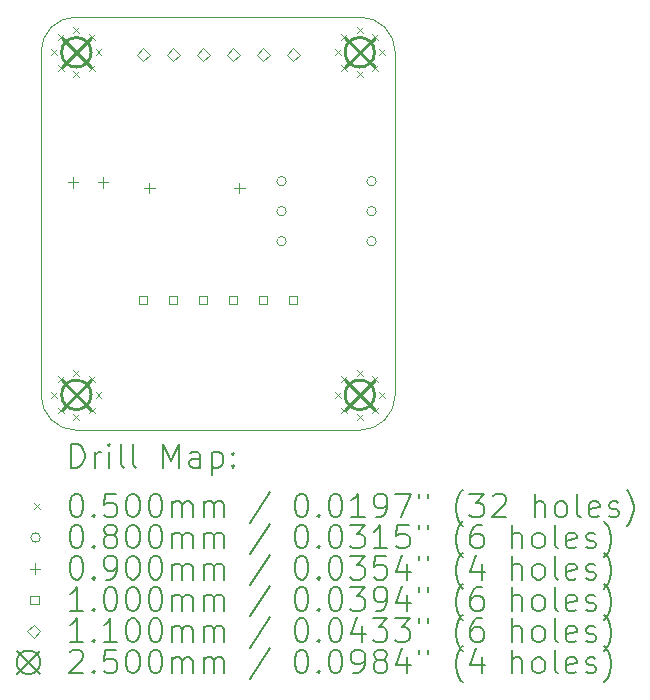
<source format=gbr>
%TF.GenerationSoftware,KiCad,Pcbnew,7.0.7*%
%TF.CreationDate,2024-02-22T12:36:25+00:00*%
%TF.ProjectId,solenoidInterface_rev0,736f6c65-6e6f-4696-9449-6e7465726661,rev?*%
%TF.SameCoordinates,Original*%
%TF.FileFunction,Drillmap*%
%TF.FilePolarity,Positive*%
%FSLAX45Y45*%
G04 Gerber Fmt 4.5, Leading zero omitted, Abs format (unit mm)*
G04 Created by KiCad (PCBNEW 7.0.7) date 2024-02-22 12:36:25*
%MOMM*%
%LPD*%
G01*
G04 APERTURE LIST*
%ADD10C,0.100000*%
%ADD11C,0.200000*%
%ADD12C,0.050000*%
%ADD13C,0.080000*%
%ADD14C,0.090000*%
%ADD15C,0.110000*%
%ADD16C,0.250000*%
G04 APERTURE END LIST*
D10*
X0Y-3200000D02*
X0Y-300000D01*
X3000000Y-300000D02*
G75*
G03*
X2700000Y0I-300000J0D01*
G01*
X300000Y0D02*
X2700000Y0D01*
X300000Y0D02*
G75*
G03*
X0Y-300000I0J-300000D01*
G01*
X2700000Y-3500000D02*
X300000Y-3500000D01*
X2700000Y-3500000D02*
G75*
G03*
X3000000Y-3200000I0J300000D01*
G01*
X3000000Y-300000D02*
X3000000Y-3200000D01*
X0Y-3200000D02*
G75*
G03*
X300000Y-3500000I300000J0D01*
G01*
D11*
D12*
X87500Y-275000D02*
X137500Y-325000D01*
X137500Y-275000D02*
X87500Y-325000D01*
X87500Y-3175000D02*
X137500Y-3225000D01*
X137500Y-3175000D02*
X87500Y-3225000D01*
X142418Y-142418D02*
X192417Y-192417D01*
X192417Y-142418D02*
X142418Y-192417D01*
X142418Y-407582D02*
X192417Y-457582D01*
X192417Y-407582D02*
X142418Y-457582D01*
X142418Y-3042417D02*
X192417Y-3092417D01*
X192417Y-3042417D02*
X142418Y-3092417D01*
X142418Y-3307582D02*
X192417Y-3357582D01*
X192417Y-3307582D02*
X142418Y-3357582D01*
X275000Y-87500D02*
X325000Y-137500D01*
X325000Y-87500D02*
X275000Y-137500D01*
X275000Y-462500D02*
X325000Y-512500D01*
X325000Y-462500D02*
X275000Y-512500D01*
X275000Y-2987500D02*
X325000Y-3037500D01*
X325000Y-2987500D02*
X275000Y-3037500D01*
X275000Y-3362500D02*
X325000Y-3412500D01*
X325000Y-3362500D02*
X275000Y-3412500D01*
X407582Y-142418D02*
X457582Y-192417D01*
X457582Y-142418D02*
X407582Y-192417D01*
X407582Y-407582D02*
X457582Y-457582D01*
X457582Y-407582D02*
X407582Y-457582D01*
X407582Y-3042417D02*
X457582Y-3092417D01*
X457582Y-3042417D02*
X407582Y-3092417D01*
X407582Y-3307582D02*
X457582Y-3357582D01*
X457582Y-3307582D02*
X407582Y-3357582D01*
X462500Y-275000D02*
X512500Y-325000D01*
X512500Y-275000D02*
X462500Y-325000D01*
X462500Y-3175000D02*
X512500Y-3225000D01*
X512500Y-3175000D02*
X462500Y-3225000D01*
X2487500Y-275000D02*
X2537500Y-325000D01*
X2537500Y-275000D02*
X2487500Y-325000D01*
X2487500Y-3175000D02*
X2537500Y-3225000D01*
X2537500Y-3175000D02*
X2487500Y-3225000D01*
X2542418Y-142418D02*
X2592418Y-192417D01*
X2592418Y-142418D02*
X2542418Y-192417D01*
X2542418Y-407582D02*
X2592418Y-457582D01*
X2592418Y-407582D02*
X2542418Y-457582D01*
X2542418Y-3042417D02*
X2592418Y-3092417D01*
X2592418Y-3042417D02*
X2542418Y-3092417D01*
X2542418Y-3307582D02*
X2592418Y-3357582D01*
X2592418Y-3307582D02*
X2542418Y-3357582D01*
X2675000Y-87500D02*
X2725000Y-137500D01*
X2725000Y-87500D02*
X2675000Y-137500D01*
X2675000Y-462500D02*
X2725000Y-512500D01*
X2725000Y-462500D02*
X2675000Y-512500D01*
X2675000Y-2987500D02*
X2725000Y-3037500D01*
X2725000Y-2987500D02*
X2675000Y-3037500D01*
X2675000Y-3362500D02*
X2725000Y-3412500D01*
X2725000Y-3362500D02*
X2675000Y-3412500D01*
X2807582Y-142418D02*
X2857582Y-192417D01*
X2857582Y-142418D02*
X2807582Y-192417D01*
X2807582Y-407582D02*
X2857582Y-457582D01*
X2857582Y-407582D02*
X2807582Y-457582D01*
X2807582Y-3042417D02*
X2857582Y-3092417D01*
X2857582Y-3042417D02*
X2807582Y-3092417D01*
X2807582Y-3307582D02*
X2857582Y-3357582D01*
X2857582Y-3307582D02*
X2807582Y-3357582D01*
X2862500Y-275000D02*
X2912500Y-325000D01*
X2912500Y-275000D02*
X2862500Y-325000D01*
X2862500Y-3175000D02*
X2912500Y-3225000D01*
X2912500Y-3175000D02*
X2862500Y-3225000D01*
D13*
X2078000Y-1392000D02*
G75*
G03*
X2078000Y-1392000I-40000J0D01*
G01*
X2078000Y-1646000D02*
G75*
G03*
X2078000Y-1646000I-40000J0D01*
G01*
X2078000Y-1900000D02*
G75*
G03*
X2078000Y-1900000I-40000J0D01*
G01*
X2840000Y-1392000D02*
G75*
G03*
X2840000Y-1392000I-40000J0D01*
G01*
X2840000Y-1646000D02*
G75*
G03*
X2840000Y-1646000I-40000J0D01*
G01*
X2840000Y-1900000D02*
G75*
G03*
X2840000Y-1900000I-40000J0D01*
G01*
D14*
X272500Y-1355000D02*
X272500Y-1445000D01*
X227500Y-1400000D02*
X317500Y-1400000D01*
X526500Y-1355000D02*
X526500Y-1445000D01*
X481500Y-1400000D02*
X571500Y-1400000D01*
X919000Y-1405000D02*
X919000Y-1495000D01*
X874000Y-1450000D02*
X964000Y-1450000D01*
X1681000Y-1405000D02*
X1681000Y-1495000D01*
X1636000Y-1450000D02*
X1726000Y-1450000D01*
D10*
X900356Y-2435356D02*
X900356Y-2364644D01*
X829644Y-2364644D01*
X829644Y-2435356D01*
X900356Y-2435356D01*
X1154356Y-2435356D02*
X1154356Y-2364644D01*
X1083644Y-2364644D01*
X1083644Y-2435356D01*
X1154356Y-2435356D01*
X1408356Y-2435356D02*
X1408356Y-2364644D01*
X1337644Y-2364644D01*
X1337644Y-2435356D01*
X1408356Y-2435356D01*
X1662356Y-2435356D02*
X1662356Y-2364644D01*
X1591644Y-2364644D01*
X1591644Y-2435356D01*
X1662356Y-2435356D01*
X1916356Y-2435356D02*
X1916356Y-2364644D01*
X1845644Y-2364644D01*
X1845644Y-2435356D01*
X1916356Y-2435356D01*
X2170356Y-2435356D02*
X2170356Y-2364644D01*
X2099644Y-2364644D01*
X2099644Y-2435356D01*
X2170356Y-2435356D01*
D15*
X865000Y-375000D02*
X920000Y-320000D01*
X865000Y-265000D01*
X810000Y-320000D01*
X865000Y-375000D01*
X1119000Y-375000D02*
X1174000Y-320000D01*
X1119000Y-265000D01*
X1064000Y-320000D01*
X1119000Y-375000D01*
X1373000Y-375000D02*
X1428000Y-320000D01*
X1373000Y-265000D01*
X1318000Y-320000D01*
X1373000Y-375000D01*
X1627000Y-375000D02*
X1682000Y-320000D01*
X1627000Y-265000D01*
X1572000Y-320000D01*
X1627000Y-375000D01*
X1881000Y-375000D02*
X1936000Y-320000D01*
X1881000Y-265000D01*
X1826000Y-320000D01*
X1881000Y-375000D01*
X2135000Y-375000D02*
X2190000Y-320000D01*
X2135000Y-265000D01*
X2080000Y-320000D01*
X2135000Y-375000D01*
D16*
X175000Y-175000D02*
X425000Y-425000D01*
X425000Y-175000D02*
X175000Y-425000D01*
X425000Y-300000D02*
G75*
G03*
X425000Y-300000I-125000J0D01*
G01*
X175000Y-3075000D02*
X425000Y-3325000D01*
X425000Y-3075000D02*
X175000Y-3325000D01*
X425000Y-3200000D02*
G75*
G03*
X425000Y-3200000I-125000J0D01*
G01*
X2575000Y-175000D02*
X2825000Y-425000D01*
X2825000Y-175000D02*
X2575000Y-425000D01*
X2825000Y-300000D02*
G75*
G03*
X2825000Y-300000I-125000J0D01*
G01*
X2575000Y-3075000D02*
X2825000Y-3325000D01*
X2825000Y-3075000D02*
X2575000Y-3325000D01*
X2825000Y-3200000D02*
G75*
G03*
X2825000Y-3200000I-125000J0D01*
G01*
D11*
X255777Y-3816484D02*
X255777Y-3616484D01*
X255777Y-3616484D02*
X303396Y-3616484D01*
X303396Y-3616484D02*
X331967Y-3626008D01*
X331967Y-3626008D02*
X351015Y-3645055D01*
X351015Y-3645055D02*
X360539Y-3664103D01*
X360539Y-3664103D02*
X370062Y-3702198D01*
X370062Y-3702198D02*
X370062Y-3730769D01*
X370062Y-3730769D02*
X360539Y-3768865D01*
X360539Y-3768865D02*
X351015Y-3787912D01*
X351015Y-3787912D02*
X331967Y-3806960D01*
X331967Y-3806960D02*
X303396Y-3816484D01*
X303396Y-3816484D02*
X255777Y-3816484D01*
X455777Y-3816484D02*
X455777Y-3683150D01*
X455777Y-3721246D02*
X465301Y-3702198D01*
X465301Y-3702198D02*
X474824Y-3692674D01*
X474824Y-3692674D02*
X493872Y-3683150D01*
X493872Y-3683150D02*
X512920Y-3683150D01*
X579586Y-3816484D02*
X579586Y-3683150D01*
X579586Y-3616484D02*
X570063Y-3626008D01*
X570063Y-3626008D02*
X579586Y-3635531D01*
X579586Y-3635531D02*
X589110Y-3626008D01*
X589110Y-3626008D02*
X579586Y-3616484D01*
X579586Y-3616484D02*
X579586Y-3635531D01*
X703396Y-3816484D02*
X684348Y-3806960D01*
X684348Y-3806960D02*
X674824Y-3787912D01*
X674824Y-3787912D02*
X674824Y-3616484D01*
X808158Y-3816484D02*
X789110Y-3806960D01*
X789110Y-3806960D02*
X779586Y-3787912D01*
X779586Y-3787912D02*
X779586Y-3616484D01*
X1036729Y-3816484D02*
X1036729Y-3616484D01*
X1036729Y-3616484D02*
X1103396Y-3759341D01*
X1103396Y-3759341D02*
X1170063Y-3616484D01*
X1170063Y-3616484D02*
X1170063Y-3816484D01*
X1351015Y-3816484D02*
X1351015Y-3711722D01*
X1351015Y-3711722D02*
X1341491Y-3692674D01*
X1341491Y-3692674D02*
X1322444Y-3683150D01*
X1322444Y-3683150D02*
X1284348Y-3683150D01*
X1284348Y-3683150D02*
X1265301Y-3692674D01*
X1351015Y-3806960D02*
X1331967Y-3816484D01*
X1331967Y-3816484D02*
X1284348Y-3816484D01*
X1284348Y-3816484D02*
X1265301Y-3806960D01*
X1265301Y-3806960D02*
X1255777Y-3787912D01*
X1255777Y-3787912D02*
X1255777Y-3768865D01*
X1255777Y-3768865D02*
X1265301Y-3749817D01*
X1265301Y-3749817D02*
X1284348Y-3740293D01*
X1284348Y-3740293D02*
X1331967Y-3740293D01*
X1331967Y-3740293D02*
X1351015Y-3730769D01*
X1446253Y-3683150D02*
X1446253Y-3883150D01*
X1446253Y-3692674D02*
X1465301Y-3683150D01*
X1465301Y-3683150D02*
X1503396Y-3683150D01*
X1503396Y-3683150D02*
X1522443Y-3692674D01*
X1522443Y-3692674D02*
X1531967Y-3702198D01*
X1531967Y-3702198D02*
X1541491Y-3721246D01*
X1541491Y-3721246D02*
X1541491Y-3778388D01*
X1541491Y-3778388D02*
X1531967Y-3797436D01*
X1531967Y-3797436D02*
X1522443Y-3806960D01*
X1522443Y-3806960D02*
X1503396Y-3816484D01*
X1503396Y-3816484D02*
X1465301Y-3816484D01*
X1465301Y-3816484D02*
X1446253Y-3806960D01*
X1627205Y-3797436D02*
X1636729Y-3806960D01*
X1636729Y-3806960D02*
X1627205Y-3816484D01*
X1627205Y-3816484D02*
X1617682Y-3806960D01*
X1617682Y-3806960D02*
X1627205Y-3797436D01*
X1627205Y-3797436D02*
X1627205Y-3816484D01*
X1627205Y-3692674D02*
X1636729Y-3702198D01*
X1636729Y-3702198D02*
X1627205Y-3711722D01*
X1627205Y-3711722D02*
X1617682Y-3702198D01*
X1617682Y-3702198D02*
X1627205Y-3692674D01*
X1627205Y-3692674D02*
X1627205Y-3711722D01*
D12*
X-55000Y-4120000D02*
X-5000Y-4170000D01*
X-5000Y-4120000D02*
X-55000Y-4170000D01*
D11*
X293872Y-4036484D02*
X312920Y-4036484D01*
X312920Y-4036484D02*
X331967Y-4046008D01*
X331967Y-4046008D02*
X341491Y-4055531D01*
X341491Y-4055531D02*
X351015Y-4074579D01*
X351015Y-4074579D02*
X360539Y-4112674D01*
X360539Y-4112674D02*
X360539Y-4160293D01*
X360539Y-4160293D02*
X351015Y-4198389D01*
X351015Y-4198389D02*
X341491Y-4217436D01*
X341491Y-4217436D02*
X331967Y-4226960D01*
X331967Y-4226960D02*
X312920Y-4236484D01*
X312920Y-4236484D02*
X293872Y-4236484D01*
X293872Y-4236484D02*
X274824Y-4226960D01*
X274824Y-4226960D02*
X265301Y-4217436D01*
X265301Y-4217436D02*
X255777Y-4198389D01*
X255777Y-4198389D02*
X246253Y-4160293D01*
X246253Y-4160293D02*
X246253Y-4112674D01*
X246253Y-4112674D02*
X255777Y-4074579D01*
X255777Y-4074579D02*
X265301Y-4055531D01*
X265301Y-4055531D02*
X274824Y-4046008D01*
X274824Y-4046008D02*
X293872Y-4036484D01*
X446253Y-4217436D02*
X455777Y-4226960D01*
X455777Y-4226960D02*
X446253Y-4236484D01*
X446253Y-4236484D02*
X436729Y-4226960D01*
X436729Y-4226960D02*
X446253Y-4217436D01*
X446253Y-4217436D02*
X446253Y-4236484D01*
X636729Y-4036484D02*
X541491Y-4036484D01*
X541491Y-4036484D02*
X531967Y-4131722D01*
X531967Y-4131722D02*
X541491Y-4122198D01*
X541491Y-4122198D02*
X560539Y-4112674D01*
X560539Y-4112674D02*
X608158Y-4112674D01*
X608158Y-4112674D02*
X627205Y-4122198D01*
X627205Y-4122198D02*
X636729Y-4131722D01*
X636729Y-4131722D02*
X646253Y-4150769D01*
X646253Y-4150769D02*
X646253Y-4198389D01*
X646253Y-4198389D02*
X636729Y-4217436D01*
X636729Y-4217436D02*
X627205Y-4226960D01*
X627205Y-4226960D02*
X608158Y-4236484D01*
X608158Y-4236484D02*
X560539Y-4236484D01*
X560539Y-4236484D02*
X541491Y-4226960D01*
X541491Y-4226960D02*
X531967Y-4217436D01*
X770062Y-4036484D02*
X789110Y-4036484D01*
X789110Y-4036484D02*
X808158Y-4046008D01*
X808158Y-4046008D02*
X817682Y-4055531D01*
X817682Y-4055531D02*
X827205Y-4074579D01*
X827205Y-4074579D02*
X836729Y-4112674D01*
X836729Y-4112674D02*
X836729Y-4160293D01*
X836729Y-4160293D02*
X827205Y-4198389D01*
X827205Y-4198389D02*
X817682Y-4217436D01*
X817682Y-4217436D02*
X808158Y-4226960D01*
X808158Y-4226960D02*
X789110Y-4236484D01*
X789110Y-4236484D02*
X770062Y-4236484D01*
X770062Y-4236484D02*
X751015Y-4226960D01*
X751015Y-4226960D02*
X741491Y-4217436D01*
X741491Y-4217436D02*
X731967Y-4198389D01*
X731967Y-4198389D02*
X722443Y-4160293D01*
X722443Y-4160293D02*
X722443Y-4112674D01*
X722443Y-4112674D02*
X731967Y-4074579D01*
X731967Y-4074579D02*
X741491Y-4055531D01*
X741491Y-4055531D02*
X751015Y-4046008D01*
X751015Y-4046008D02*
X770062Y-4036484D01*
X960539Y-4036484D02*
X979586Y-4036484D01*
X979586Y-4036484D02*
X998634Y-4046008D01*
X998634Y-4046008D02*
X1008158Y-4055531D01*
X1008158Y-4055531D02*
X1017682Y-4074579D01*
X1017682Y-4074579D02*
X1027205Y-4112674D01*
X1027205Y-4112674D02*
X1027205Y-4160293D01*
X1027205Y-4160293D02*
X1017682Y-4198389D01*
X1017682Y-4198389D02*
X1008158Y-4217436D01*
X1008158Y-4217436D02*
X998634Y-4226960D01*
X998634Y-4226960D02*
X979586Y-4236484D01*
X979586Y-4236484D02*
X960539Y-4236484D01*
X960539Y-4236484D02*
X941491Y-4226960D01*
X941491Y-4226960D02*
X931967Y-4217436D01*
X931967Y-4217436D02*
X922443Y-4198389D01*
X922443Y-4198389D02*
X912920Y-4160293D01*
X912920Y-4160293D02*
X912920Y-4112674D01*
X912920Y-4112674D02*
X922443Y-4074579D01*
X922443Y-4074579D02*
X931967Y-4055531D01*
X931967Y-4055531D02*
X941491Y-4046008D01*
X941491Y-4046008D02*
X960539Y-4036484D01*
X1112920Y-4236484D02*
X1112920Y-4103150D01*
X1112920Y-4122198D02*
X1122444Y-4112674D01*
X1122444Y-4112674D02*
X1141491Y-4103150D01*
X1141491Y-4103150D02*
X1170063Y-4103150D01*
X1170063Y-4103150D02*
X1189110Y-4112674D01*
X1189110Y-4112674D02*
X1198634Y-4131722D01*
X1198634Y-4131722D02*
X1198634Y-4236484D01*
X1198634Y-4131722D02*
X1208158Y-4112674D01*
X1208158Y-4112674D02*
X1227205Y-4103150D01*
X1227205Y-4103150D02*
X1255777Y-4103150D01*
X1255777Y-4103150D02*
X1274825Y-4112674D01*
X1274825Y-4112674D02*
X1284348Y-4131722D01*
X1284348Y-4131722D02*
X1284348Y-4236484D01*
X1379586Y-4236484D02*
X1379586Y-4103150D01*
X1379586Y-4122198D02*
X1389110Y-4112674D01*
X1389110Y-4112674D02*
X1408158Y-4103150D01*
X1408158Y-4103150D02*
X1436729Y-4103150D01*
X1436729Y-4103150D02*
X1455777Y-4112674D01*
X1455777Y-4112674D02*
X1465301Y-4131722D01*
X1465301Y-4131722D02*
X1465301Y-4236484D01*
X1465301Y-4131722D02*
X1474824Y-4112674D01*
X1474824Y-4112674D02*
X1493872Y-4103150D01*
X1493872Y-4103150D02*
X1522443Y-4103150D01*
X1522443Y-4103150D02*
X1541491Y-4112674D01*
X1541491Y-4112674D02*
X1551015Y-4131722D01*
X1551015Y-4131722D02*
X1551015Y-4236484D01*
X1941491Y-4026960D02*
X1770063Y-4284103D01*
X2198634Y-4036484D02*
X2217682Y-4036484D01*
X2217682Y-4036484D02*
X2236729Y-4046008D01*
X2236729Y-4046008D02*
X2246253Y-4055531D01*
X2246253Y-4055531D02*
X2255777Y-4074579D01*
X2255777Y-4074579D02*
X2265301Y-4112674D01*
X2265301Y-4112674D02*
X2265301Y-4160293D01*
X2265301Y-4160293D02*
X2255777Y-4198389D01*
X2255777Y-4198389D02*
X2246253Y-4217436D01*
X2246253Y-4217436D02*
X2236729Y-4226960D01*
X2236729Y-4226960D02*
X2217682Y-4236484D01*
X2217682Y-4236484D02*
X2198634Y-4236484D01*
X2198634Y-4236484D02*
X2179587Y-4226960D01*
X2179587Y-4226960D02*
X2170063Y-4217436D01*
X2170063Y-4217436D02*
X2160539Y-4198389D01*
X2160539Y-4198389D02*
X2151015Y-4160293D01*
X2151015Y-4160293D02*
X2151015Y-4112674D01*
X2151015Y-4112674D02*
X2160539Y-4074579D01*
X2160539Y-4074579D02*
X2170063Y-4055531D01*
X2170063Y-4055531D02*
X2179587Y-4046008D01*
X2179587Y-4046008D02*
X2198634Y-4036484D01*
X2351015Y-4217436D02*
X2360539Y-4226960D01*
X2360539Y-4226960D02*
X2351015Y-4236484D01*
X2351015Y-4236484D02*
X2341491Y-4226960D01*
X2341491Y-4226960D02*
X2351015Y-4217436D01*
X2351015Y-4217436D02*
X2351015Y-4236484D01*
X2484348Y-4036484D02*
X2503396Y-4036484D01*
X2503396Y-4036484D02*
X2522444Y-4046008D01*
X2522444Y-4046008D02*
X2531968Y-4055531D01*
X2531968Y-4055531D02*
X2541491Y-4074579D01*
X2541491Y-4074579D02*
X2551015Y-4112674D01*
X2551015Y-4112674D02*
X2551015Y-4160293D01*
X2551015Y-4160293D02*
X2541491Y-4198389D01*
X2541491Y-4198389D02*
X2531968Y-4217436D01*
X2531968Y-4217436D02*
X2522444Y-4226960D01*
X2522444Y-4226960D02*
X2503396Y-4236484D01*
X2503396Y-4236484D02*
X2484348Y-4236484D01*
X2484348Y-4236484D02*
X2465301Y-4226960D01*
X2465301Y-4226960D02*
X2455777Y-4217436D01*
X2455777Y-4217436D02*
X2446253Y-4198389D01*
X2446253Y-4198389D02*
X2436729Y-4160293D01*
X2436729Y-4160293D02*
X2436729Y-4112674D01*
X2436729Y-4112674D02*
X2446253Y-4074579D01*
X2446253Y-4074579D02*
X2455777Y-4055531D01*
X2455777Y-4055531D02*
X2465301Y-4046008D01*
X2465301Y-4046008D02*
X2484348Y-4036484D01*
X2741491Y-4236484D02*
X2627206Y-4236484D01*
X2684348Y-4236484D02*
X2684348Y-4036484D01*
X2684348Y-4036484D02*
X2665301Y-4065055D01*
X2665301Y-4065055D02*
X2646253Y-4084103D01*
X2646253Y-4084103D02*
X2627206Y-4093627D01*
X2836729Y-4236484D02*
X2874825Y-4236484D01*
X2874825Y-4236484D02*
X2893872Y-4226960D01*
X2893872Y-4226960D02*
X2903396Y-4217436D01*
X2903396Y-4217436D02*
X2922444Y-4188865D01*
X2922444Y-4188865D02*
X2931967Y-4150769D01*
X2931967Y-4150769D02*
X2931967Y-4074579D01*
X2931967Y-4074579D02*
X2922444Y-4055531D01*
X2922444Y-4055531D02*
X2912920Y-4046008D01*
X2912920Y-4046008D02*
X2893872Y-4036484D01*
X2893872Y-4036484D02*
X2855777Y-4036484D01*
X2855777Y-4036484D02*
X2836729Y-4046008D01*
X2836729Y-4046008D02*
X2827206Y-4055531D01*
X2827206Y-4055531D02*
X2817682Y-4074579D01*
X2817682Y-4074579D02*
X2817682Y-4122198D01*
X2817682Y-4122198D02*
X2827206Y-4141246D01*
X2827206Y-4141246D02*
X2836729Y-4150769D01*
X2836729Y-4150769D02*
X2855777Y-4160293D01*
X2855777Y-4160293D02*
X2893872Y-4160293D01*
X2893872Y-4160293D02*
X2912920Y-4150769D01*
X2912920Y-4150769D02*
X2922444Y-4141246D01*
X2922444Y-4141246D02*
X2931967Y-4122198D01*
X2998634Y-4036484D02*
X3131967Y-4036484D01*
X3131967Y-4036484D02*
X3046253Y-4236484D01*
X3198634Y-4036484D02*
X3198634Y-4074579D01*
X3274825Y-4036484D02*
X3274825Y-4074579D01*
X3570063Y-4312674D02*
X3560539Y-4303150D01*
X3560539Y-4303150D02*
X3541491Y-4274579D01*
X3541491Y-4274579D02*
X3531968Y-4255531D01*
X3531968Y-4255531D02*
X3522444Y-4226960D01*
X3522444Y-4226960D02*
X3512920Y-4179341D01*
X3512920Y-4179341D02*
X3512920Y-4141246D01*
X3512920Y-4141246D02*
X3522444Y-4093627D01*
X3522444Y-4093627D02*
X3531968Y-4065055D01*
X3531968Y-4065055D02*
X3541491Y-4046008D01*
X3541491Y-4046008D02*
X3560539Y-4017436D01*
X3560539Y-4017436D02*
X3570063Y-4007912D01*
X3627206Y-4036484D02*
X3751015Y-4036484D01*
X3751015Y-4036484D02*
X3684348Y-4112674D01*
X3684348Y-4112674D02*
X3712920Y-4112674D01*
X3712920Y-4112674D02*
X3731968Y-4122198D01*
X3731968Y-4122198D02*
X3741491Y-4131722D01*
X3741491Y-4131722D02*
X3751015Y-4150769D01*
X3751015Y-4150769D02*
X3751015Y-4198389D01*
X3751015Y-4198389D02*
X3741491Y-4217436D01*
X3741491Y-4217436D02*
X3731968Y-4226960D01*
X3731968Y-4226960D02*
X3712920Y-4236484D01*
X3712920Y-4236484D02*
X3655777Y-4236484D01*
X3655777Y-4236484D02*
X3636729Y-4226960D01*
X3636729Y-4226960D02*
X3627206Y-4217436D01*
X3827206Y-4055531D02*
X3836729Y-4046008D01*
X3836729Y-4046008D02*
X3855777Y-4036484D01*
X3855777Y-4036484D02*
X3903396Y-4036484D01*
X3903396Y-4036484D02*
X3922444Y-4046008D01*
X3922444Y-4046008D02*
X3931968Y-4055531D01*
X3931968Y-4055531D02*
X3941491Y-4074579D01*
X3941491Y-4074579D02*
X3941491Y-4093627D01*
X3941491Y-4093627D02*
X3931968Y-4122198D01*
X3931968Y-4122198D02*
X3817682Y-4236484D01*
X3817682Y-4236484D02*
X3941491Y-4236484D01*
X4179587Y-4236484D02*
X4179587Y-4036484D01*
X4265301Y-4236484D02*
X4265301Y-4131722D01*
X4265301Y-4131722D02*
X4255777Y-4112674D01*
X4255777Y-4112674D02*
X4236730Y-4103150D01*
X4236730Y-4103150D02*
X4208158Y-4103150D01*
X4208158Y-4103150D02*
X4189110Y-4112674D01*
X4189110Y-4112674D02*
X4179587Y-4122198D01*
X4389111Y-4236484D02*
X4370063Y-4226960D01*
X4370063Y-4226960D02*
X4360539Y-4217436D01*
X4360539Y-4217436D02*
X4351015Y-4198389D01*
X4351015Y-4198389D02*
X4351015Y-4141246D01*
X4351015Y-4141246D02*
X4360539Y-4122198D01*
X4360539Y-4122198D02*
X4370063Y-4112674D01*
X4370063Y-4112674D02*
X4389111Y-4103150D01*
X4389111Y-4103150D02*
X4417682Y-4103150D01*
X4417682Y-4103150D02*
X4436730Y-4112674D01*
X4436730Y-4112674D02*
X4446253Y-4122198D01*
X4446253Y-4122198D02*
X4455777Y-4141246D01*
X4455777Y-4141246D02*
X4455777Y-4198389D01*
X4455777Y-4198389D02*
X4446253Y-4217436D01*
X4446253Y-4217436D02*
X4436730Y-4226960D01*
X4436730Y-4226960D02*
X4417682Y-4236484D01*
X4417682Y-4236484D02*
X4389111Y-4236484D01*
X4570063Y-4236484D02*
X4551015Y-4226960D01*
X4551015Y-4226960D02*
X4541492Y-4207912D01*
X4541492Y-4207912D02*
X4541492Y-4036484D01*
X4722444Y-4226960D02*
X4703396Y-4236484D01*
X4703396Y-4236484D02*
X4665301Y-4236484D01*
X4665301Y-4236484D02*
X4646253Y-4226960D01*
X4646253Y-4226960D02*
X4636730Y-4207912D01*
X4636730Y-4207912D02*
X4636730Y-4131722D01*
X4636730Y-4131722D02*
X4646253Y-4112674D01*
X4646253Y-4112674D02*
X4665301Y-4103150D01*
X4665301Y-4103150D02*
X4703396Y-4103150D01*
X4703396Y-4103150D02*
X4722444Y-4112674D01*
X4722444Y-4112674D02*
X4731968Y-4131722D01*
X4731968Y-4131722D02*
X4731968Y-4150769D01*
X4731968Y-4150769D02*
X4636730Y-4169817D01*
X4808158Y-4226960D02*
X4827206Y-4236484D01*
X4827206Y-4236484D02*
X4865301Y-4236484D01*
X4865301Y-4236484D02*
X4884349Y-4226960D01*
X4884349Y-4226960D02*
X4893873Y-4207912D01*
X4893873Y-4207912D02*
X4893873Y-4198389D01*
X4893873Y-4198389D02*
X4884349Y-4179341D01*
X4884349Y-4179341D02*
X4865301Y-4169817D01*
X4865301Y-4169817D02*
X4836730Y-4169817D01*
X4836730Y-4169817D02*
X4817682Y-4160293D01*
X4817682Y-4160293D02*
X4808158Y-4141246D01*
X4808158Y-4141246D02*
X4808158Y-4131722D01*
X4808158Y-4131722D02*
X4817682Y-4112674D01*
X4817682Y-4112674D02*
X4836730Y-4103150D01*
X4836730Y-4103150D02*
X4865301Y-4103150D01*
X4865301Y-4103150D02*
X4884349Y-4112674D01*
X4960539Y-4312674D02*
X4970063Y-4303150D01*
X4970063Y-4303150D02*
X4989111Y-4274579D01*
X4989111Y-4274579D02*
X4998634Y-4255531D01*
X4998634Y-4255531D02*
X5008158Y-4226960D01*
X5008158Y-4226960D02*
X5017682Y-4179341D01*
X5017682Y-4179341D02*
X5017682Y-4141246D01*
X5017682Y-4141246D02*
X5008158Y-4093627D01*
X5008158Y-4093627D02*
X4998634Y-4065055D01*
X4998634Y-4065055D02*
X4989111Y-4046008D01*
X4989111Y-4046008D02*
X4970063Y-4017436D01*
X4970063Y-4017436D02*
X4960539Y-4007912D01*
D13*
X-5000Y-4409000D02*
G75*
G03*
X-5000Y-4409000I-40000J0D01*
G01*
D11*
X293872Y-4300484D02*
X312920Y-4300484D01*
X312920Y-4300484D02*
X331967Y-4310008D01*
X331967Y-4310008D02*
X341491Y-4319531D01*
X341491Y-4319531D02*
X351015Y-4338579D01*
X351015Y-4338579D02*
X360539Y-4376674D01*
X360539Y-4376674D02*
X360539Y-4424293D01*
X360539Y-4424293D02*
X351015Y-4462389D01*
X351015Y-4462389D02*
X341491Y-4481436D01*
X341491Y-4481436D02*
X331967Y-4490960D01*
X331967Y-4490960D02*
X312920Y-4500484D01*
X312920Y-4500484D02*
X293872Y-4500484D01*
X293872Y-4500484D02*
X274824Y-4490960D01*
X274824Y-4490960D02*
X265301Y-4481436D01*
X265301Y-4481436D02*
X255777Y-4462389D01*
X255777Y-4462389D02*
X246253Y-4424293D01*
X246253Y-4424293D02*
X246253Y-4376674D01*
X246253Y-4376674D02*
X255777Y-4338579D01*
X255777Y-4338579D02*
X265301Y-4319531D01*
X265301Y-4319531D02*
X274824Y-4310008D01*
X274824Y-4310008D02*
X293872Y-4300484D01*
X446253Y-4481436D02*
X455777Y-4490960D01*
X455777Y-4490960D02*
X446253Y-4500484D01*
X446253Y-4500484D02*
X436729Y-4490960D01*
X436729Y-4490960D02*
X446253Y-4481436D01*
X446253Y-4481436D02*
X446253Y-4500484D01*
X570063Y-4386198D02*
X551015Y-4376674D01*
X551015Y-4376674D02*
X541491Y-4367150D01*
X541491Y-4367150D02*
X531967Y-4348103D01*
X531967Y-4348103D02*
X531967Y-4338579D01*
X531967Y-4338579D02*
X541491Y-4319531D01*
X541491Y-4319531D02*
X551015Y-4310008D01*
X551015Y-4310008D02*
X570063Y-4300484D01*
X570063Y-4300484D02*
X608158Y-4300484D01*
X608158Y-4300484D02*
X627205Y-4310008D01*
X627205Y-4310008D02*
X636729Y-4319531D01*
X636729Y-4319531D02*
X646253Y-4338579D01*
X646253Y-4338579D02*
X646253Y-4348103D01*
X646253Y-4348103D02*
X636729Y-4367150D01*
X636729Y-4367150D02*
X627205Y-4376674D01*
X627205Y-4376674D02*
X608158Y-4386198D01*
X608158Y-4386198D02*
X570063Y-4386198D01*
X570063Y-4386198D02*
X551015Y-4395722D01*
X551015Y-4395722D02*
X541491Y-4405246D01*
X541491Y-4405246D02*
X531967Y-4424293D01*
X531967Y-4424293D02*
X531967Y-4462389D01*
X531967Y-4462389D02*
X541491Y-4481436D01*
X541491Y-4481436D02*
X551015Y-4490960D01*
X551015Y-4490960D02*
X570063Y-4500484D01*
X570063Y-4500484D02*
X608158Y-4500484D01*
X608158Y-4500484D02*
X627205Y-4490960D01*
X627205Y-4490960D02*
X636729Y-4481436D01*
X636729Y-4481436D02*
X646253Y-4462389D01*
X646253Y-4462389D02*
X646253Y-4424293D01*
X646253Y-4424293D02*
X636729Y-4405246D01*
X636729Y-4405246D02*
X627205Y-4395722D01*
X627205Y-4395722D02*
X608158Y-4386198D01*
X770062Y-4300484D02*
X789110Y-4300484D01*
X789110Y-4300484D02*
X808158Y-4310008D01*
X808158Y-4310008D02*
X817682Y-4319531D01*
X817682Y-4319531D02*
X827205Y-4338579D01*
X827205Y-4338579D02*
X836729Y-4376674D01*
X836729Y-4376674D02*
X836729Y-4424293D01*
X836729Y-4424293D02*
X827205Y-4462389D01*
X827205Y-4462389D02*
X817682Y-4481436D01*
X817682Y-4481436D02*
X808158Y-4490960D01*
X808158Y-4490960D02*
X789110Y-4500484D01*
X789110Y-4500484D02*
X770062Y-4500484D01*
X770062Y-4500484D02*
X751015Y-4490960D01*
X751015Y-4490960D02*
X741491Y-4481436D01*
X741491Y-4481436D02*
X731967Y-4462389D01*
X731967Y-4462389D02*
X722443Y-4424293D01*
X722443Y-4424293D02*
X722443Y-4376674D01*
X722443Y-4376674D02*
X731967Y-4338579D01*
X731967Y-4338579D02*
X741491Y-4319531D01*
X741491Y-4319531D02*
X751015Y-4310008D01*
X751015Y-4310008D02*
X770062Y-4300484D01*
X960539Y-4300484D02*
X979586Y-4300484D01*
X979586Y-4300484D02*
X998634Y-4310008D01*
X998634Y-4310008D02*
X1008158Y-4319531D01*
X1008158Y-4319531D02*
X1017682Y-4338579D01*
X1017682Y-4338579D02*
X1027205Y-4376674D01*
X1027205Y-4376674D02*
X1027205Y-4424293D01*
X1027205Y-4424293D02*
X1017682Y-4462389D01*
X1017682Y-4462389D02*
X1008158Y-4481436D01*
X1008158Y-4481436D02*
X998634Y-4490960D01*
X998634Y-4490960D02*
X979586Y-4500484D01*
X979586Y-4500484D02*
X960539Y-4500484D01*
X960539Y-4500484D02*
X941491Y-4490960D01*
X941491Y-4490960D02*
X931967Y-4481436D01*
X931967Y-4481436D02*
X922443Y-4462389D01*
X922443Y-4462389D02*
X912920Y-4424293D01*
X912920Y-4424293D02*
X912920Y-4376674D01*
X912920Y-4376674D02*
X922443Y-4338579D01*
X922443Y-4338579D02*
X931967Y-4319531D01*
X931967Y-4319531D02*
X941491Y-4310008D01*
X941491Y-4310008D02*
X960539Y-4300484D01*
X1112920Y-4500484D02*
X1112920Y-4367150D01*
X1112920Y-4386198D02*
X1122444Y-4376674D01*
X1122444Y-4376674D02*
X1141491Y-4367150D01*
X1141491Y-4367150D02*
X1170063Y-4367150D01*
X1170063Y-4367150D02*
X1189110Y-4376674D01*
X1189110Y-4376674D02*
X1198634Y-4395722D01*
X1198634Y-4395722D02*
X1198634Y-4500484D01*
X1198634Y-4395722D02*
X1208158Y-4376674D01*
X1208158Y-4376674D02*
X1227205Y-4367150D01*
X1227205Y-4367150D02*
X1255777Y-4367150D01*
X1255777Y-4367150D02*
X1274825Y-4376674D01*
X1274825Y-4376674D02*
X1284348Y-4395722D01*
X1284348Y-4395722D02*
X1284348Y-4500484D01*
X1379586Y-4500484D02*
X1379586Y-4367150D01*
X1379586Y-4386198D02*
X1389110Y-4376674D01*
X1389110Y-4376674D02*
X1408158Y-4367150D01*
X1408158Y-4367150D02*
X1436729Y-4367150D01*
X1436729Y-4367150D02*
X1455777Y-4376674D01*
X1455777Y-4376674D02*
X1465301Y-4395722D01*
X1465301Y-4395722D02*
X1465301Y-4500484D01*
X1465301Y-4395722D02*
X1474824Y-4376674D01*
X1474824Y-4376674D02*
X1493872Y-4367150D01*
X1493872Y-4367150D02*
X1522443Y-4367150D01*
X1522443Y-4367150D02*
X1541491Y-4376674D01*
X1541491Y-4376674D02*
X1551015Y-4395722D01*
X1551015Y-4395722D02*
X1551015Y-4500484D01*
X1941491Y-4290960D02*
X1770063Y-4548103D01*
X2198634Y-4300484D02*
X2217682Y-4300484D01*
X2217682Y-4300484D02*
X2236729Y-4310008D01*
X2236729Y-4310008D02*
X2246253Y-4319531D01*
X2246253Y-4319531D02*
X2255777Y-4338579D01*
X2255777Y-4338579D02*
X2265301Y-4376674D01*
X2265301Y-4376674D02*
X2265301Y-4424293D01*
X2265301Y-4424293D02*
X2255777Y-4462389D01*
X2255777Y-4462389D02*
X2246253Y-4481436D01*
X2246253Y-4481436D02*
X2236729Y-4490960D01*
X2236729Y-4490960D02*
X2217682Y-4500484D01*
X2217682Y-4500484D02*
X2198634Y-4500484D01*
X2198634Y-4500484D02*
X2179587Y-4490960D01*
X2179587Y-4490960D02*
X2170063Y-4481436D01*
X2170063Y-4481436D02*
X2160539Y-4462389D01*
X2160539Y-4462389D02*
X2151015Y-4424293D01*
X2151015Y-4424293D02*
X2151015Y-4376674D01*
X2151015Y-4376674D02*
X2160539Y-4338579D01*
X2160539Y-4338579D02*
X2170063Y-4319531D01*
X2170063Y-4319531D02*
X2179587Y-4310008D01*
X2179587Y-4310008D02*
X2198634Y-4300484D01*
X2351015Y-4481436D02*
X2360539Y-4490960D01*
X2360539Y-4490960D02*
X2351015Y-4500484D01*
X2351015Y-4500484D02*
X2341491Y-4490960D01*
X2341491Y-4490960D02*
X2351015Y-4481436D01*
X2351015Y-4481436D02*
X2351015Y-4500484D01*
X2484348Y-4300484D02*
X2503396Y-4300484D01*
X2503396Y-4300484D02*
X2522444Y-4310008D01*
X2522444Y-4310008D02*
X2531968Y-4319531D01*
X2531968Y-4319531D02*
X2541491Y-4338579D01*
X2541491Y-4338579D02*
X2551015Y-4376674D01*
X2551015Y-4376674D02*
X2551015Y-4424293D01*
X2551015Y-4424293D02*
X2541491Y-4462389D01*
X2541491Y-4462389D02*
X2531968Y-4481436D01*
X2531968Y-4481436D02*
X2522444Y-4490960D01*
X2522444Y-4490960D02*
X2503396Y-4500484D01*
X2503396Y-4500484D02*
X2484348Y-4500484D01*
X2484348Y-4500484D02*
X2465301Y-4490960D01*
X2465301Y-4490960D02*
X2455777Y-4481436D01*
X2455777Y-4481436D02*
X2446253Y-4462389D01*
X2446253Y-4462389D02*
X2436729Y-4424293D01*
X2436729Y-4424293D02*
X2436729Y-4376674D01*
X2436729Y-4376674D02*
X2446253Y-4338579D01*
X2446253Y-4338579D02*
X2455777Y-4319531D01*
X2455777Y-4319531D02*
X2465301Y-4310008D01*
X2465301Y-4310008D02*
X2484348Y-4300484D01*
X2617682Y-4300484D02*
X2741491Y-4300484D01*
X2741491Y-4300484D02*
X2674825Y-4376674D01*
X2674825Y-4376674D02*
X2703396Y-4376674D01*
X2703396Y-4376674D02*
X2722444Y-4386198D01*
X2722444Y-4386198D02*
X2731968Y-4395722D01*
X2731968Y-4395722D02*
X2741491Y-4414770D01*
X2741491Y-4414770D02*
X2741491Y-4462389D01*
X2741491Y-4462389D02*
X2731968Y-4481436D01*
X2731968Y-4481436D02*
X2722444Y-4490960D01*
X2722444Y-4490960D02*
X2703396Y-4500484D01*
X2703396Y-4500484D02*
X2646253Y-4500484D01*
X2646253Y-4500484D02*
X2627206Y-4490960D01*
X2627206Y-4490960D02*
X2617682Y-4481436D01*
X2931967Y-4500484D02*
X2817682Y-4500484D01*
X2874825Y-4500484D02*
X2874825Y-4300484D01*
X2874825Y-4300484D02*
X2855777Y-4329055D01*
X2855777Y-4329055D02*
X2836729Y-4348103D01*
X2836729Y-4348103D02*
X2817682Y-4357627D01*
X3112920Y-4300484D02*
X3017682Y-4300484D01*
X3017682Y-4300484D02*
X3008158Y-4395722D01*
X3008158Y-4395722D02*
X3017682Y-4386198D01*
X3017682Y-4386198D02*
X3036729Y-4376674D01*
X3036729Y-4376674D02*
X3084348Y-4376674D01*
X3084348Y-4376674D02*
X3103396Y-4386198D01*
X3103396Y-4386198D02*
X3112920Y-4395722D01*
X3112920Y-4395722D02*
X3122444Y-4414770D01*
X3122444Y-4414770D02*
X3122444Y-4462389D01*
X3122444Y-4462389D02*
X3112920Y-4481436D01*
X3112920Y-4481436D02*
X3103396Y-4490960D01*
X3103396Y-4490960D02*
X3084348Y-4500484D01*
X3084348Y-4500484D02*
X3036729Y-4500484D01*
X3036729Y-4500484D02*
X3017682Y-4490960D01*
X3017682Y-4490960D02*
X3008158Y-4481436D01*
X3198634Y-4300484D02*
X3198634Y-4338579D01*
X3274825Y-4300484D02*
X3274825Y-4338579D01*
X3570063Y-4576674D02*
X3560539Y-4567150D01*
X3560539Y-4567150D02*
X3541491Y-4538579D01*
X3541491Y-4538579D02*
X3531968Y-4519531D01*
X3531968Y-4519531D02*
X3522444Y-4490960D01*
X3522444Y-4490960D02*
X3512920Y-4443341D01*
X3512920Y-4443341D02*
X3512920Y-4405246D01*
X3512920Y-4405246D02*
X3522444Y-4357627D01*
X3522444Y-4357627D02*
X3531968Y-4329055D01*
X3531968Y-4329055D02*
X3541491Y-4310008D01*
X3541491Y-4310008D02*
X3560539Y-4281436D01*
X3560539Y-4281436D02*
X3570063Y-4271912D01*
X3731968Y-4300484D02*
X3693872Y-4300484D01*
X3693872Y-4300484D02*
X3674825Y-4310008D01*
X3674825Y-4310008D02*
X3665301Y-4319531D01*
X3665301Y-4319531D02*
X3646253Y-4348103D01*
X3646253Y-4348103D02*
X3636729Y-4386198D01*
X3636729Y-4386198D02*
X3636729Y-4462389D01*
X3636729Y-4462389D02*
X3646253Y-4481436D01*
X3646253Y-4481436D02*
X3655777Y-4490960D01*
X3655777Y-4490960D02*
X3674825Y-4500484D01*
X3674825Y-4500484D02*
X3712920Y-4500484D01*
X3712920Y-4500484D02*
X3731968Y-4490960D01*
X3731968Y-4490960D02*
X3741491Y-4481436D01*
X3741491Y-4481436D02*
X3751015Y-4462389D01*
X3751015Y-4462389D02*
X3751015Y-4414770D01*
X3751015Y-4414770D02*
X3741491Y-4395722D01*
X3741491Y-4395722D02*
X3731968Y-4386198D01*
X3731968Y-4386198D02*
X3712920Y-4376674D01*
X3712920Y-4376674D02*
X3674825Y-4376674D01*
X3674825Y-4376674D02*
X3655777Y-4386198D01*
X3655777Y-4386198D02*
X3646253Y-4395722D01*
X3646253Y-4395722D02*
X3636729Y-4414770D01*
X3989110Y-4500484D02*
X3989110Y-4300484D01*
X4074825Y-4500484D02*
X4074825Y-4395722D01*
X4074825Y-4395722D02*
X4065301Y-4376674D01*
X4065301Y-4376674D02*
X4046253Y-4367150D01*
X4046253Y-4367150D02*
X4017682Y-4367150D01*
X4017682Y-4367150D02*
X3998634Y-4376674D01*
X3998634Y-4376674D02*
X3989110Y-4386198D01*
X4198634Y-4500484D02*
X4179587Y-4490960D01*
X4179587Y-4490960D02*
X4170063Y-4481436D01*
X4170063Y-4481436D02*
X4160539Y-4462389D01*
X4160539Y-4462389D02*
X4160539Y-4405246D01*
X4160539Y-4405246D02*
X4170063Y-4386198D01*
X4170063Y-4386198D02*
X4179587Y-4376674D01*
X4179587Y-4376674D02*
X4198634Y-4367150D01*
X4198634Y-4367150D02*
X4227206Y-4367150D01*
X4227206Y-4367150D02*
X4246253Y-4376674D01*
X4246253Y-4376674D02*
X4255777Y-4386198D01*
X4255777Y-4386198D02*
X4265301Y-4405246D01*
X4265301Y-4405246D02*
X4265301Y-4462389D01*
X4265301Y-4462389D02*
X4255777Y-4481436D01*
X4255777Y-4481436D02*
X4246253Y-4490960D01*
X4246253Y-4490960D02*
X4227206Y-4500484D01*
X4227206Y-4500484D02*
X4198634Y-4500484D01*
X4379587Y-4500484D02*
X4360539Y-4490960D01*
X4360539Y-4490960D02*
X4351015Y-4471912D01*
X4351015Y-4471912D02*
X4351015Y-4300484D01*
X4531968Y-4490960D02*
X4512920Y-4500484D01*
X4512920Y-4500484D02*
X4474825Y-4500484D01*
X4474825Y-4500484D02*
X4455777Y-4490960D01*
X4455777Y-4490960D02*
X4446253Y-4471912D01*
X4446253Y-4471912D02*
X4446253Y-4395722D01*
X4446253Y-4395722D02*
X4455777Y-4376674D01*
X4455777Y-4376674D02*
X4474825Y-4367150D01*
X4474825Y-4367150D02*
X4512920Y-4367150D01*
X4512920Y-4367150D02*
X4531968Y-4376674D01*
X4531968Y-4376674D02*
X4541492Y-4395722D01*
X4541492Y-4395722D02*
X4541492Y-4414770D01*
X4541492Y-4414770D02*
X4446253Y-4433817D01*
X4617682Y-4490960D02*
X4636730Y-4500484D01*
X4636730Y-4500484D02*
X4674825Y-4500484D01*
X4674825Y-4500484D02*
X4693873Y-4490960D01*
X4693873Y-4490960D02*
X4703396Y-4471912D01*
X4703396Y-4471912D02*
X4703396Y-4462389D01*
X4703396Y-4462389D02*
X4693873Y-4443341D01*
X4693873Y-4443341D02*
X4674825Y-4433817D01*
X4674825Y-4433817D02*
X4646253Y-4433817D01*
X4646253Y-4433817D02*
X4627206Y-4424293D01*
X4627206Y-4424293D02*
X4617682Y-4405246D01*
X4617682Y-4405246D02*
X4617682Y-4395722D01*
X4617682Y-4395722D02*
X4627206Y-4376674D01*
X4627206Y-4376674D02*
X4646253Y-4367150D01*
X4646253Y-4367150D02*
X4674825Y-4367150D01*
X4674825Y-4367150D02*
X4693873Y-4376674D01*
X4770063Y-4576674D02*
X4779587Y-4567150D01*
X4779587Y-4567150D02*
X4798634Y-4538579D01*
X4798634Y-4538579D02*
X4808158Y-4519531D01*
X4808158Y-4519531D02*
X4817682Y-4490960D01*
X4817682Y-4490960D02*
X4827206Y-4443341D01*
X4827206Y-4443341D02*
X4827206Y-4405246D01*
X4827206Y-4405246D02*
X4817682Y-4357627D01*
X4817682Y-4357627D02*
X4808158Y-4329055D01*
X4808158Y-4329055D02*
X4798634Y-4310008D01*
X4798634Y-4310008D02*
X4779587Y-4281436D01*
X4779587Y-4281436D02*
X4770063Y-4271912D01*
D14*
X-50000Y-4628000D02*
X-50000Y-4718000D01*
X-95000Y-4673000D02*
X-5000Y-4673000D01*
D11*
X293872Y-4564484D02*
X312920Y-4564484D01*
X312920Y-4564484D02*
X331967Y-4574008D01*
X331967Y-4574008D02*
X341491Y-4583531D01*
X341491Y-4583531D02*
X351015Y-4602579D01*
X351015Y-4602579D02*
X360539Y-4640674D01*
X360539Y-4640674D02*
X360539Y-4688293D01*
X360539Y-4688293D02*
X351015Y-4726389D01*
X351015Y-4726389D02*
X341491Y-4745436D01*
X341491Y-4745436D02*
X331967Y-4754960D01*
X331967Y-4754960D02*
X312920Y-4764484D01*
X312920Y-4764484D02*
X293872Y-4764484D01*
X293872Y-4764484D02*
X274824Y-4754960D01*
X274824Y-4754960D02*
X265301Y-4745436D01*
X265301Y-4745436D02*
X255777Y-4726389D01*
X255777Y-4726389D02*
X246253Y-4688293D01*
X246253Y-4688293D02*
X246253Y-4640674D01*
X246253Y-4640674D02*
X255777Y-4602579D01*
X255777Y-4602579D02*
X265301Y-4583531D01*
X265301Y-4583531D02*
X274824Y-4574008D01*
X274824Y-4574008D02*
X293872Y-4564484D01*
X446253Y-4745436D02*
X455777Y-4754960D01*
X455777Y-4754960D02*
X446253Y-4764484D01*
X446253Y-4764484D02*
X436729Y-4754960D01*
X436729Y-4754960D02*
X446253Y-4745436D01*
X446253Y-4745436D02*
X446253Y-4764484D01*
X551015Y-4764484D02*
X589110Y-4764484D01*
X589110Y-4764484D02*
X608158Y-4754960D01*
X608158Y-4754960D02*
X617682Y-4745436D01*
X617682Y-4745436D02*
X636729Y-4716865D01*
X636729Y-4716865D02*
X646253Y-4678770D01*
X646253Y-4678770D02*
X646253Y-4602579D01*
X646253Y-4602579D02*
X636729Y-4583531D01*
X636729Y-4583531D02*
X627205Y-4574008D01*
X627205Y-4574008D02*
X608158Y-4564484D01*
X608158Y-4564484D02*
X570063Y-4564484D01*
X570063Y-4564484D02*
X551015Y-4574008D01*
X551015Y-4574008D02*
X541491Y-4583531D01*
X541491Y-4583531D02*
X531967Y-4602579D01*
X531967Y-4602579D02*
X531967Y-4650198D01*
X531967Y-4650198D02*
X541491Y-4669246D01*
X541491Y-4669246D02*
X551015Y-4678770D01*
X551015Y-4678770D02*
X570063Y-4688293D01*
X570063Y-4688293D02*
X608158Y-4688293D01*
X608158Y-4688293D02*
X627205Y-4678770D01*
X627205Y-4678770D02*
X636729Y-4669246D01*
X636729Y-4669246D02*
X646253Y-4650198D01*
X770062Y-4564484D02*
X789110Y-4564484D01*
X789110Y-4564484D02*
X808158Y-4574008D01*
X808158Y-4574008D02*
X817682Y-4583531D01*
X817682Y-4583531D02*
X827205Y-4602579D01*
X827205Y-4602579D02*
X836729Y-4640674D01*
X836729Y-4640674D02*
X836729Y-4688293D01*
X836729Y-4688293D02*
X827205Y-4726389D01*
X827205Y-4726389D02*
X817682Y-4745436D01*
X817682Y-4745436D02*
X808158Y-4754960D01*
X808158Y-4754960D02*
X789110Y-4764484D01*
X789110Y-4764484D02*
X770062Y-4764484D01*
X770062Y-4764484D02*
X751015Y-4754960D01*
X751015Y-4754960D02*
X741491Y-4745436D01*
X741491Y-4745436D02*
X731967Y-4726389D01*
X731967Y-4726389D02*
X722443Y-4688293D01*
X722443Y-4688293D02*
X722443Y-4640674D01*
X722443Y-4640674D02*
X731967Y-4602579D01*
X731967Y-4602579D02*
X741491Y-4583531D01*
X741491Y-4583531D02*
X751015Y-4574008D01*
X751015Y-4574008D02*
X770062Y-4564484D01*
X960539Y-4564484D02*
X979586Y-4564484D01*
X979586Y-4564484D02*
X998634Y-4574008D01*
X998634Y-4574008D02*
X1008158Y-4583531D01*
X1008158Y-4583531D02*
X1017682Y-4602579D01*
X1017682Y-4602579D02*
X1027205Y-4640674D01*
X1027205Y-4640674D02*
X1027205Y-4688293D01*
X1027205Y-4688293D02*
X1017682Y-4726389D01*
X1017682Y-4726389D02*
X1008158Y-4745436D01*
X1008158Y-4745436D02*
X998634Y-4754960D01*
X998634Y-4754960D02*
X979586Y-4764484D01*
X979586Y-4764484D02*
X960539Y-4764484D01*
X960539Y-4764484D02*
X941491Y-4754960D01*
X941491Y-4754960D02*
X931967Y-4745436D01*
X931967Y-4745436D02*
X922443Y-4726389D01*
X922443Y-4726389D02*
X912920Y-4688293D01*
X912920Y-4688293D02*
X912920Y-4640674D01*
X912920Y-4640674D02*
X922443Y-4602579D01*
X922443Y-4602579D02*
X931967Y-4583531D01*
X931967Y-4583531D02*
X941491Y-4574008D01*
X941491Y-4574008D02*
X960539Y-4564484D01*
X1112920Y-4764484D02*
X1112920Y-4631150D01*
X1112920Y-4650198D02*
X1122444Y-4640674D01*
X1122444Y-4640674D02*
X1141491Y-4631150D01*
X1141491Y-4631150D02*
X1170063Y-4631150D01*
X1170063Y-4631150D02*
X1189110Y-4640674D01*
X1189110Y-4640674D02*
X1198634Y-4659722D01*
X1198634Y-4659722D02*
X1198634Y-4764484D01*
X1198634Y-4659722D02*
X1208158Y-4640674D01*
X1208158Y-4640674D02*
X1227205Y-4631150D01*
X1227205Y-4631150D02*
X1255777Y-4631150D01*
X1255777Y-4631150D02*
X1274825Y-4640674D01*
X1274825Y-4640674D02*
X1284348Y-4659722D01*
X1284348Y-4659722D02*
X1284348Y-4764484D01*
X1379586Y-4764484D02*
X1379586Y-4631150D01*
X1379586Y-4650198D02*
X1389110Y-4640674D01*
X1389110Y-4640674D02*
X1408158Y-4631150D01*
X1408158Y-4631150D02*
X1436729Y-4631150D01*
X1436729Y-4631150D02*
X1455777Y-4640674D01*
X1455777Y-4640674D02*
X1465301Y-4659722D01*
X1465301Y-4659722D02*
X1465301Y-4764484D01*
X1465301Y-4659722D02*
X1474824Y-4640674D01*
X1474824Y-4640674D02*
X1493872Y-4631150D01*
X1493872Y-4631150D02*
X1522443Y-4631150D01*
X1522443Y-4631150D02*
X1541491Y-4640674D01*
X1541491Y-4640674D02*
X1551015Y-4659722D01*
X1551015Y-4659722D02*
X1551015Y-4764484D01*
X1941491Y-4554960D02*
X1770063Y-4812103D01*
X2198634Y-4564484D02*
X2217682Y-4564484D01*
X2217682Y-4564484D02*
X2236729Y-4574008D01*
X2236729Y-4574008D02*
X2246253Y-4583531D01*
X2246253Y-4583531D02*
X2255777Y-4602579D01*
X2255777Y-4602579D02*
X2265301Y-4640674D01*
X2265301Y-4640674D02*
X2265301Y-4688293D01*
X2265301Y-4688293D02*
X2255777Y-4726389D01*
X2255777Y-4726389D02*
X2246253Y-4745436D01*
X2246253Y-4745436D02*
X2236729Y-4754960D01*
X2236729Y-4754960D02*
X2217682Y-4764484D01*
X2217682Y-4764484D02*
X2198634Y-4764484D01*
X2198634Y-4764484D02*
X2179587Y-4754960D01*
X2179587Y-4754960D02*
X2170063Y-4745436D01*
X2170063Y-4745436D02*
X2160539Y-4726389D01*
X2160539Y-4726389D02*
X2151015Y-4688293D01*
X2151015Y-4688293D02*
X2151015Y-4640674D01*
X2151015Y-4640674D02*
X2160539Y-4602579D01*
X2160539Y-4602579D02*
X2170063Y-4583531D01*
X2170063Y-4583531D02*
X2179587Y-4574008D01*
X2179587Y-4574008D02*
X2198634Y-4564484D01*
X2351015Y-4745436D02*
X2360539Y-4754960D01*
X2360539Y-4754960D02*
X2351015Y-4764484D01*
X2351015Y-4764484D02*
X2341491Y-4754960D01*
X2341491Y-4754960D02*
X2351015Y-4745436D01*
X2351015Y-4745436D02*
X2351015Y-4764484D01*
X2484348Y-4564484D02*
X2503396Y-4564484D01*
X2503396Y-4564484D02*
X2522444Y-4574008D01*
X2522444Y-4574008D02*
X2531968Y-4583531D01*
X2531968Y-4583531D02*
X2541491Y-4602579D01*
X2541491Y-4602579D02*
X2551015Y-4640674D01*
X2551015Y-4640674D02*
X2551015Y-4688293D01*
X2551015Y-4688293D02*
X2541491Y-4726389D01*
X2541491Y-4726389D02*
X2531968Y-4745436D01*
X2531968Y-4745436D02*
X2522444Y-4754960D01*
X2522444Y-4754960D02*
X2503396Y-4764484D01*
X2503396Y-4764484D02*
X2484348Y-4764484D01*
X2484348Y-4764484D02*
X2465301Y-4754960D01*
X2465301Y-4754960D02*
X2455777Y-4745436D01*
X2455777Y-4745436D02*
X2446253Y-4726389D01*
X2446253Y-4726389D02*
X2436729Y-4688293D01*
X2436729Y-4688293D02*
X2436729Y-4640674D01*
X2436729Y-4640674D02*
X2446253Y-4602579D01*
X2446253Y-4602579D02*
X2455777Y-4583531D01*
X2455777Y-4583531D02*
X2465301Y-4574008D01*
X2465301Y-4574008D02*
X2484348Y-4564484D01*
X2617682Y-4564484D02*
X2741491Y-4564484D01*
X2741491Y-4564484D02*
X2674825Y-4640674D01*
X2674825Y-4640674D02*
X2703396Y-4640674D01*
X2703396Y-4640674D02*
X2722444Y-4650198D01*
X2722444Y-4650198D02*
X2731968Y-4659722D01*
X2731968Y-4659722D02*
X2741491Y-4678770D01*
X2741491Y-4678770D02*
X2741491Y-4726389D01*
X2741491Y-4726389D02*
X2731968Y-4745436D01*
X2731968Y-4745436D02*
X2722444Y-4754960D01*
X2722444Y-4754960D02*
X2703396Y-4764484D01*
X2703396Y-4764484D02*
X2646253Y-4764484D01*
X2646253Y-4764484D02*
X2627206Y-4754960D01*
X2627206Y-4754960D02*
X2617682Y-4745436D01*
X2922444Y-4564484D02*
X2827206Y-4564484D01*
X2827206Y-4564484D02*
X2817682Y-4659722D01*
X2817682Y-4659722D02*
X2827206Y-4650198D01*
X2827206Y-4650198D02*
X2846253Y-4640674D01*
X2846253Y-4640674D02*
X2893872Y-4640674D01*
X2893872Y-4640674D02*
X2912920Y-4650198D01*
X2912920Y-4650198D02*
X2922444Y-4659722D01*
X2922444Y-4659722D02*
X2931967Y-4678770D01*
X2931967Y-4678770D02*
X2931967Y-4726389D01*
X2931967Y-4726389D02*
X2922444Y-4745436D01*
X2922444Y-4745436D02*
X2912920Y-4754960D01*
X2912920Y-4754960D02*
X2893872Y-4764484D01*
X2893872Y-4764484D02*
X2846253Y-4764484D01*
X2846253Y-4764484D02*
X2827206Y-4754960D01*
X2827206Y-4754960D02*
X2817682Y-4745436D01*
X3103396Y-4631150D02*
X3103396Y-4764484D01*
X3055777Y-4554960D02*
X3008158Y-4697817D01*
X3008158Y-4697817D02*
X3131967Y-4697817D01*
X3198634Y-4564484D02*
X3198634Y-4602579D01*
X3274825Y-4564484D02*
X3274825Y-4602579D01*
X3570063Y-4840674D02*
X3560539Y-4831150D01*
X3560539Y-4831150D02*
X3541491Y-4802579D01*
X3541491Y-4802579D02*
X3531968Y-4783531D01*
X3531968Y-4783531D02*
X3522444Y-4754960D01*
X3522444Y-4754960D02*
X3512920Y-4707341D01*
X3512920Y-4707341D02*
X3512920Y-4669246D01*
X3512920Y-4669246D02*
X3522444Y-4621627D01*
X3522444Y-4621627D02*
X3531968Y-4593055D01*
X3531968Y-4593055D02*
X3541491Y-4574008D01*
X3541491Y-4574008D02*
X3560539Y-4545436D01*
X3560539Y-4545436D02*
X3570063Y-4535912D01*
X3731968Y-4631150D02*
X3731968Y-4764484D01*
X3684348Y-4554960D02*
X3636729Y-4697817D01*
X3636729Y-4697817D02*
X3760539Y-4697817D01*
X3989110Y-4764484D02*
X3989110Y-4564484D01*
X4074825Y-4764484D02*
X4074825Y-4659722D01*
X4074825Y-4659722D02*
X4065301Y-4640674D01*
X4065301Y-4640674D02*
X4046253Y-4631150D01*
X4046253Y-4631150D02*
X4017682Y-4631150D01*
X4017682Y-4631150D02*
X3998634Y-4640674D01*
X3998634Y-4640674D02*
X3989110Y-4650198D01*
X4198634Y-4764484D02*
X4179587Y-4754960D01*
X4179587Y-4754960D02*
X4170063Y-4745436D01*
X4170063Y-4745436D02*
X4160539Y-4726389D01*
X4160539Y-4726389D02*
X4160539Y-4669246D01*
X4160539Y-4669246D02*
X4170063Y-4650198D01*
X4170063Y-4650198D02*
X4179587Y-4640674D01*
X4179587Y-4640674D02*
X4198634Y-4631150D01*
X4198634Y-4631150D02*
X4227206Y-4631150D01*
X4227206Y-4631150D02*
X4246253Y-4640674D01*
X4246253Y-4640674D02*
X4255777Y-4650198D01*
X4255777Y-4650198D02*
X4265301Y-4669246D01*
X4265301Y-4669246D02*
X4265301Y-4726389D01*
X4265301Y-4726389D02*
X4255777Y-4745436D01*
X4255777Y-4745436D02*
X4246253Y-4754960D01*
X4246253Y-4754960D02*
X4227206Y-4764484D01*
X4227206Y-4764484D02*
X4198634Y-4764484D01*
X4379587Y-4764484D02*
X4360539Y-4754960D01*
X4360539Y-4754960D02*
X4351015Y-4735912D01*
X4351015Y-4735912D02*
X4351015Y-4564484D01*
X4531968Y-4754960D02*
X4512920Y-4764484D01*
X4512920Y-4764484D02*
X4474825Y-4764484D01*
X4474825Y-4764484D02*
X4455777Y-4754960D01*
X4455777Y-4754960D02*
X4446253Y-4735912D01*
X4446253Y-4735912D02*
X4446253Y-4659722D01*
X4446253Y-4659722D02*
X4455777Y-4640674D01*
X4455777Y-4640674D02*
X4474825Y-4631150D01*
X4474825Y-4631150D02*
X4512920Y-4631150D01*
X4512920Y-4631150D02*
X4531968Y-4640674D01*
X4531968Y-4640674D02*
X4541492Y-4659722D01*
X4541492Y-4659722D02*
X4541492Y-4678770D01*
X4541492Y-4678770D02*
X4446253Y-4697817D01*
X4617682Y-4754960D02*
X4636730Y-4764484D01*
X4636730Y-4764484D02*
X4674825Y-4764484D01*
X4674825Y-4764484D02*
X4693873Y-4754960D01*
X4693873Y-4754960D02*
X4703396Y-4735912D01*
X4703396Y-4735912D02*
X4703396Y-4726389D01*
X4703396Y-4726389D02*
X4693873Y-4707341D01*
X4693873Y-4707341D02*
X4674825Y-4697817D01*
X4674825Y-4697817D02*
X4646253Y-4697817D01*
X4646253Y-4697817D02*
X4627206Y-4688293D01*
X4627206Y-4688293D02*
X4617682Y-4669246D01*
X4617682Y-4669246D02*
X4617682Y-4659722D01*
X4617682Y-4659722D02*
X4627206Y-4640674D01*
X4627206Y-4640674D02*
X4646253Y-4631150D01*
X4646253Y-4631150D02*
X4674825Y-4631150D01*
X4674825Y-4631150D02*
X4693873Y-4640674D01*
X4770063Y-4840674D02*
X4779587Y-4831150D01*
X4779587Y-4831150D02*
X4798634Y-4802579D01*
X4798634Y-4802579D02*
X4808158Y-4783531D01*
X4808158Y-4783531D02*
X4817682Y-4754960D01*
X4817682Y-4754960D02*
X4827206Y-4707341D01*
X4827206Y-4707341D02*
X4827206Y-4669246D01*
X4827206Y-4669246D02*
X4817682Y-4621627D01*
X4817682Y-4621627D02*
X4808158Y-4593055D01*
X4808158Y-4593055D02*
X4798634Y-4574008D01*
X4798634Y-4574008D02*
X4779587Y-4545436D01*
X4779587Y-4545436D02*
X4770063Y-4535912D01*
D10*
X-19644Y-4972356D02*
X-19644Y-4901644D01*
X-90356Y-4901644D01*
X-90356Y-4972356D01*
X-19644Y-4972356D01*
D11*
X360539Y-5028484D02*
X246253Y-5028484D01*
X303396Y-5028484D02*
X303396Y-4828484D01*
X303396Y-4828484D02*
X284348Y-4857055D01*
X284348Y-4857055D02*
X265301Y-4876103D01*
X265301Y-4876103D02*
X246253Y-4885627D01*
X446253Y-5009436D02*
X455777Y-5018960D01*
X455777Y-5018960D02*
X446253Y-5028484D01*
X446253Y-5028484D02*
X436729Y-5018960D01*
X436729Y-5018960D02*
X446253Y-5009436D01*
X446253Y-5009436D02*
X446253Y-5028484D01*
X579586Y-4828484D02*
X598634Y-4828484D01*
X598634Y-4828484D02*
X617682Y-4838008D01*
X617682Y-4838008D02*
X627205Y-4847531D01*
X627205Y-4847531D02*
X636729Y-4866579D01*
X636729Y-4866579D02*
X646253Y-4904674D01*
X646253Y-4904674D02*
X646253Y-4952293D01*
X646253Y-4952293D02*
X636729Y-4990389D01*
X636729Y-4990389D02*
X627205Y-5009436D01*
X627205Y-5009436D02*
X617682Y-5018960D01*
X617682Y-5018960D02*
X598634Y-5028484D01*
X598634Y-5028484D02*
X579586Y-5028484D01*
X579586Y-5028484D02*
X560539Y-5018960D01*
X560539Y-5018960D02*
X551015Y-5009436D01*
X551015Y-5009436D02*
X541491Y-4990389D01*
X541491Y-4990389D02*
X531967Y-4952293D01*
X531967Y-4952293D02*
X531967Y-4904674D01*
X531967Y-4904674D02*
X541491Y-4866579D01*
X541491Y-4866579D02*
X551015Y-4847531D01*
X551015Y-4847531D02*
X560539Y-4838008D01*
X560539Y-4838008D02*
X579586Y-4828484D01*
X770062Y-4828484D02*
X789110Y-4828484D01*
X789110Y-4828484D02*
X808158Y-4838008D01*
X808158Y-4838008D02*
X817682Y-4847531D01*
X817682Y-4847531D02*
X827205Y-4866579D01*
X827205Y-4866579D02*
X836729Y-4904674D01*
X836729Y-4904674D02*
X836729Y-4952293D01*
X836729Y-4952293D02*
X827205Y-4990389D01*
X827205Y-4990389D02*
X817682Y-5009436D01*
X817682Y-5009436D02*
X808158Y-5018960D01*
X808158Y-5018960D02*
X789110Y-5028484D01*
X789110Y-5028484D02*
X770062Y-5028484D01*
X770062Y-5028484D02*
X751015Y-5018960D01*
X751015Y-5018960D02*
X741491Y-5009436D01*
X741491Y-5009436D02*
X731967Y-4990389D01*
X731967Y-4990389D02*
X722443Y-4952293D01*
X722443Y-4952293D02*
X722443Y-4904674D01*
X722443Y-4904674D02*
X731967Y-4866579D01*
X731967Y-4866579D02*
X741491Y-4847531D01*
X741491Y-4847531D02*
X751015Y-4838008D01*
X751015Y-4838008D02*
X770062Y-4828484D01*
X960539Y-4828484D02*
X979586Y-4828484D01*
X979586Y-4828484D02*
X998634Y-4838008D01*
X998634Y-4838008D02*
X1008158Y-4847531D01*
X1008158Y-4847531D02*
X1017682Y-4866579D01*
X1017682Y-4866579D02*
X1027205Y-4904674D01*
X1027205Y-4904674D02*
X1027205Y-4952293D01*
X1027205Y-4952293D02*
X1017682Y-4990389D01*
X1017682Y-4990389D02*
X1008158Y-5009436D01*
X1008158Y-5009436D02*
X998634Y-5018960D01*
X998634Y-5018960D02*
X979586Y-5028484D01*
X979586Y-5028484D02*
X960539Y-5028484D01*
X960539Y-5028484D02*
X941491Y-5018960D01*
X941491Y-5018960D02*
X931967Y-5009436D01*
X931967Y-5009436D02*
X922443Y-4990389D01*
X922443Y-4990389D02*
X912920Y-4952293D01*
X912920Y-4952293D02*
X912920Y-4904674D01*
X912920Y-4904674D02*
X922443Y-4866579D01*
X922443Y-4866579D02*
X931967Y-4847531D01*
X931967Y-4847531D02*
X941491Y-4838008D01*
X941491Y-4838008D02*
X960539Y-4828484D01*
X1112920Y-5028484D02*
X1112920Y-4895150D01*
X1112920Y-4914198D02*
X1122444Y-4904674D01*
X1122444Y-4904674D02*
X1141491Y-4895150D01*
X1141491Y-4895150D02*
X1170063Y-4895150D01*
X1170063Y-4895150D02*
X1189110Y-4904674D01*
X1189110Y-4904674D02*
X1198634Y-4923722D01*
X1198634Y-4923722D02*
X1198634Y-5028484D01*
X1198634Y-4923722D02*
X1208158Y-4904674D01*
X1208158Y-4904674D02*
X1227205Y-4895150D01*
X1227205Y-4895150D02*
X1255777Y-4895150D01*
X1255777Y-4895150D02*
X1274825Y-4904674D01*
X1274825Y-4904674D02*
X1284348Y-4923722D01*
X1284348Y-4923722D02*
X1284348Y-5028484D01*
X1379586Y-5028484D02*
X1379586Y-4895150D01*
X1379586Y-4914198D02*
X1389110Y-4904674D01*
X1389110Y-4904674D02*
X1408158Y-4895150D01*
X1408158Y-4895150D02*
X1436729Y-4895150D01*
X1436729Y-4895150D02*
X1455777Y-4904674D01*
X1455777Y-4904674D02*
X1465301Y-4923722D01*
X1465301Y-4923722D02*
X1465301Y-5028484D01*
X1465301Y-4923722D02*
X1474824Y-4904674D01*
X1474824Y-4904674D02*
X1493872Y-4895150D01*
X1493872Y-4895150D02*
X1522443Y-4895150D01*
X1522443Y-4895150D02*
X1541491Y-4904674D01*
X1541491Y-4904674D02*
X1551015Y-4923722D01*
X1551015Y-4923722D02*
X1551015Y-5028484D01*
X1941491Y-4818960D02*
X1770063Y-5076103D01*
X2198634Y-4828484D02*
X2217682Y-4828484D01*
X2217682Y-4828484D02*
X2236729Y-4838008D01*
X2236729Y-4838008D02*
X2246253Y-4847531D01*
X2246253Y-4847531D02*
X2255777Y-4866579D01*
X2255777Y-4866579D02*
X2265301Y-4904674D01*
X2265301Y-4904674D02*
X2265301Y-4952293D01*
X2265301Y-4952293D02*
X2255777Y-4990389D01*
X2255777Y-4990389D02*
X2246253Y-5009436D01*
X2246253Y-5009436D02*
X2236729Y-5018960D01*
X2236729Y-5018960D02*
X2217682Y-5028484D01*
X2217682Y-5028484D02*
X2198634Y-5028484D01*
X2198634Y-5028484D02*
X2179587Y-5018960D01*
X2179587Y-5018960D02*
X2170063Y-5009436D01*
X2170063Y-5009436D02*
X2160539Y-4990389D01*
X2160539Y-4990389D02*
X2151015Y-4952293D01*
X2151015Y-4952293D02*
X2151015Y-4904674D01*
X2151015Y-4904674D02*
X2160539Y-4866579D01*
X2160539Y-4866579D02*
X2170063Y-4847531D01*
X2170063Y-4847531D02*
X2179587Y-4838008D01*
X2179587Y-4838008D02*
X2198634Y-4828484D01*
X2351015Y-5009436D02*
X2360539Y-5018960D01*
X2360539Y-5018960D02*
X2351015Y-5028484D01*
X2351015Y-5028484D02*
X2341491Y-5018960D01*
X2341491Y-5018960D02*
X2351015Y-5009436D01*
X2351015Y-5009436D02*
X2351015Y-5028484D01*
X2484348Y-4828484D02*
X2503396Y-4828484D01*
X2503396Y-4828484D02*
X2522444Y-4838008D01*
X2522444Y-4838008D02*
X2531968Y-4847531D01*
X2531968Y-4847531D02*
X2541491Y-4866579D01*
X2541491Y-4866579D02*
X2551015Y-4904674D01*
X2551015Y-4904674D02*
X2551015Y-4952293D01*
X2551015Y-4952293D02*
X2541491Y-4990389D01*
X2541491Y-4990389D02*
X2531968Y-5009436D01*
X2531968Y-5009436D02*
X2522444Y-5018960D01*
X2522444Y-5018960D02*
X2503396Y-5028484D01*
X2503396Y-5028484D02*
X2484348Y-5028484D01*
X2484348Y-5028484D02*
X2465301Y-5018960D01*
X2465301Y-5018960D02*
X2455777Y-5009436D01*
X2455777Y-5009436D02*
X2446253Y-4990389D01*
X2446253Y-4990389D02*
X2436729Y-4952293D01*
X2436729Y-4952293D02*
X2436729Y-4904674D01*
X2436729Y-4904674D02*
X2446253Y-4866579D01*
X2446253Y-4866579D02*
X2455777Y-4847531D01*
X2455777Y-4847531D02*
X2465301Y-4838008D01*
X2465301Y-4838008D02*
X2484348Y-4828484D01*
X2617682Y-4828484D02*
X2741491Y-4828484D01*
X2741491Y-4828484D02*
X2674825Y-4904674D01*
X2674825Y-4904674D02*
X2703396Y-4904674D01*
X2703396Y-4904674D02*
X2722444Y-4914198D01*
X2722444Y-4914198D02*
X2731968Y-4923722D01*
X2731968Y-4923722D02*
X2741491Y-4942770D01*
X2741491Y-4942770D02*
X2741491Y-4990389D01*
X2741491Y-4990389D02*
X2731968Y-5009436D01*
X2731968Y-5009436D02*
X2722444Y-5018960D01*
X2722444Y-5018960D02*
X2703396Y-5028484D01*
X2703396Y-5028484D02*
X2646253Y-5028484D01*
X2646253Y-5028484D02*
X2627206Y-5018960D01*
X2627206Y-5018960D02*
X2617682Y-5009436D01*
X2836729Y-5028484D02*
X2874825Y-5028484D01*
X2874825Y-5028484D02*
X2893872Y-5018960D01*
X2893872Y-5018960D02*
X2903396Y-5009436D01*
X2903396Y-5009436D02*
X2922444Y-4980865D01*
X2922444Y-4980865D02*
X2931967Y-4942770D01*
X2931967Y-4942770D02*
X2931967Y-4866579D01*
X2931967Y-4866579D02*
X2922444Y-4847531D01*
X2922444Y-4847531D02*
X2912920Y-4838008D01*
X2912920Y-4838008D02*
X2893872Y-4828484D01*
X2893872Y-4828484D02*
X2855777Y-4828484D01*
X2855777Y-4828484D02*
X2836729Y-4838008D01*
X2836729Y-4838008D02*
X2827206Y-4847531D01*
X2827206Y-4847531D02*
X2817682Y-4866579D01*
X2817682Y-4866579D02*
X2817682Y-4914198D01*
X2817682Y-4914198D02*
X2827206Y-4933246D01*
X2827206Y-4933246D02*
X2836729Y-4942770D01*
X2836729Y-4942770D02*
X2855777Y-4952293D01*
X2855777Y-4952293D02*
X2893872Y-4952293D01*
X2893872Y-4952293D02*
X2912920Y-4942770D01*
X2912920Y-4942770D02*
X2922444Y-4933246D01*
X2922444Y-4933246D02*
X2931967Y-4914198D01*
X3103396Y-4895150D02*
X3103396Y-5028484D01*
X3055777Y-4818960D02*
X3008158Y-4961817D01*
X3008158Y-4961817D02*
X3131967Y-4961817D01*
X3198634Y-4828484D02*
X3198634Y-4866579D01*
X3274825Y-4828484D02*
X3274825Y-4866579D01*
X3570063Y-5104674D02*
X3560539Y-5095150D01*
X3560539Y-5095150D02*
X3541491Y-5066579D01*
X3541491Y-5066579D02*
X3531968Y-5047531D01*
X3531968Y-5047531D02*
X3522444Y-5018960D01*
X3522444Y-5018960D02*
X3512920Y-4971341D01*
X3512920Y-4971341D02*
X3512920Y-4933246D01*
X3512920Y-4933246D02*
X3522444Y-4885627D01*
X3522444Y-4885627D02*
X3531968Y-4857055D01*
X3531968Y-4857055D02*
X3541491Y-4838008D01*
X3541491Y-4838008D02*
X3560539Y-4809436D01*
X3560539Y-4809436D02*
X3570063Y-4799912D01*
X3731968Y-4828484D02*
X3693872Y-4828484D01*
X3693872Y-4828484D02*
X3674825Y-4838008D01*
X3674825Y-4838008D02*
X3665301Y-4847531D01*
X3665301Y-4847531D02*
X3646253Y-4876103D01*
X3646253Y-4876103D02*
X3636729Y-4914198D01*
X3636729Y-4914198D02*
X3636729Y-4990389D01*
X3636729Y-4990389D02*
X3646253Y-5009436D01*
X3646253Y-5009436D02*
X3655777Y-5018960D01*
X3655777Y-5018960D02*
X3674825Y-5028484D01*
X3674825Y-5028484D02*
X3712920Y-5028484D01*
X3712920Y-5028484D02*
X3731968Y-5018960D01*
X3731968Y-5018960D02*
X3741491Y-5009436D01*
X3741491Y-5009436D02*
X3751015Y-4990389D01*
X3751015Y-4990389D02*
X3751015Y-4942770D01*
X3751015Y-4942770D02*
X3741491Y-4923722D01*
X3741491Y-4923722D02*
X3731968Y-4914198D01*
X3731968Y-4914198D02*
X3712920Y-4904674D01*
X3712920Y-4904674D02*
X3674825Y-4904674D01*
X3674825Y-4904674D02*
X3655777Y-4914198D01*
X3655777Y-4914198D02*
X3646253Y-4923722D01*
X3646253Y-4923722D02*
X3636729Y-4942770D01*
X3989110Y-5028484D02*
X3989110Y-4828484D01*
X4074825Y-5028484D02*
X4074825Y-4923722D01*
X4074825Y-4923722D02*
X4065301Y-4904674D01*
X4065301Y-4904674D02*
X4046253Y-4895150D01*
X4046253Y-4895150D02*
X4017682Y-4895150D01*
X4017682Y-4895150D02*
X3998634Y-4904674D01*
X3998634Y-4904674D02*
X3989110Y-4914198D01*
X4198634Y-5028484D02*
X4179587Y-5018960D01*
X4179587Y-5018960D02*
X4170063Y-5009436D01*
X4170063Y-5009436D02*
X4160539Y-4990389D01*
X4160539Y-4990389D02*
X4160539Y-4933246D01*
X4160539Y-4933246D02*
X4170063Y-4914198D01*
X4170063Y-4914198D02*
X4179587Y-4904674D01*
X4179587Y-4904674D02*
X4198634Y-4895150D01*
X4198634Y-4895150D02*
X4227206Y-4895150D01*
X4227206Y-4895150D02*
X4246253Y-4904674D01*
X4246253Y-4904674D02*
X4255777Y-4914198D01*
X4255777Y-4914198D02*
X4265301Y-4933246D01*
X4265301Y-4933246D02*
X4265301Y-4990389D01*
X4265301Y-4990389D02*
X4255777Y-5009436D01*
X4255777Y-5009436D02*
X4246253Y-5018960D01*
X4246253Y-5018960D02*
X4227206Y-5028484D01*
X4227206Y-5028484D02*
X4198634Y-5028484D01*
X4379587Y-5028484D02*
X4360539Y-5018960D01*
X4360539Y-5018960D02*
X4351015Y-4999912D01*
X4351015Y-4999912D02*
X4351015Y-4828484D01*
X4531968Y-5018960D02*
X4512920Y-5028484D01*
X4512920Y-5028484D02*
X4474825Y-5028484D01*
X4474825Y-5028484D02*
X4455777Y-5018960D01*
X4455777Y-5018960D02*
X4446253Y-4999912D01*
X4446253Y-4999912D02*
X4446253Y-4923722D01*
X4446253Y-4923722D02*
X4455777Y-4904674D01*
X4455777Y-4904674D02*
X4474825Y-4895150D01*
X4474825Y-4895150D02*
X4512920Y-4895150D01*
X4512920Y-4895150D02*
X4531968Y-4904674D01*
X4531968Y-4904674D02*
X4541492Y-4923722D01*
X4541492Y-4923722D02*
X4541492Y-4942770D01*
X4541492Y-4942770D02*
X4446253Y-4961817D01*
X4617682Y-5018960D02*
X4636730Y-5028484D01*
X4636730Y-5028484D02*
X4674825Y-5028484D01*
X4674825Y-5028484D02*
X4693873Y-5018960D01*
X4693873Y-5018960D02*
X4703396Y-4999912D01*
X4703396Y-4999912D02*
X4703396Y-4990389D01*
X4703396Y-4990389D02*
X4693873Y-4971341D01*
X4693873Y-4971341D02*
X4674825Y-4961817D01*
X4674825Y-4961817D02*
X4646253Y-4961817D01*
X4646253Y-4961817D02*
X4627206Y-4952293D01*
X4627206Y-4952293D02*
X4617682Y-4933246D01*
X4617682Y-4933246D02*
X4617682Y-4923722D01*
X4617682Y-4923722D02*
X4627206Y-4904674D01*
X4627206Y-4904674D02*
X4646253Y-4895150D01*
X4646253Y-4895150D02*
X4674825Y-4895150D01*
X4674825Y-4895150D02*
X4693873Y-4904674D01*
X4770063Y-5104674D02*
X4779587Y-5095150D01*
X4779587Y-5095150D02*
X4798634Y-5066579D01*
X4798634Y-5066579D02*
X4808158Y-5047531D01*
X4808158Y-5047531D02*
X4817682Y-5018960D01*
X4817682Y-5018960D02*
X4827206Y-4971341D01*
X4827206Y-4971341D02*
X4827206Y-4933246D01*
X4827206Y-4933246D02*
X4817682Y-4885627D01*
X4817682Y-4885627D02*
X4808158Y-4857055D01*
X4808158Y-4857055D02*
X4798634Y-4838008D01*
X4798634Y-4838008D02*
X4779587Y-4809436D01*
X4779587Y-4809436D02*
X4770063Y-4799912D01*
D15*
X-60000Y-5256000D02*
X-5000Y-5201000D01*
X-60000Y-5146000D01*
X-115000Y-5201000D01*
X-60000Y-5256000D01*
D11*
X360539Y-5292484D02*
X246253Y-5292484D01*
X303396Y-5292484D02*
X303396Y-5092484D01*
X303396Y-5092484D02*
X284348Y-5121055D01*
X284348Y-5121055D02*
X265301Y-5140103D01*
X265301Y-5140103D02*
X246253Y-5149627D01*
X446253Y-5273436D02*
X455777Y-5282960D01*
X455777Y-5282960D02*
X446253Y-5292484D01*
X446253Y-5292484D02*
X436729Y-5282960D01*
X436729Y-5282960D02*
X446253Y-5273436D01*
X446253Y-5273436D02*
X446253Y-5292484D01*
X646253Y-5292484D02*
X531967Y-5292484D01*
X589110Y-5292484D02*
X589110Y-5092484D01*
X589110Y-5092484D02*
X570063Y-5121055D01*
X570063Y-5121055D02*
X551015Y-5140103D01*
X551015Y-5140103D02*
X531967Y-5149627D01*
X770062Y-5092484D02*
X789110Y-5092484D01*
X789110Y-5092484D02*
X808158Y-5102008D01*
X808158Y-5102008D02*
X817682Y-5111531D01*
X817682Y-5111531D02*
X827205Y-5130579D01*
X827205Y-5130579D02*
X836729Y-5168674D01*
X836729Y-5168674D02*
X836729Y-5216293D01*
X836729Y-5216293D02*
X827205Y-5254389D01*
X827205Y-5254389D02*
X817682Y-5273436D01*
X817682Y-5273436D02*
X808158Y-5282960D01*
X808158Y-5282960D02*
X789110Y-5292484D01*
X789110Y-5292484D02*
X770062Y-5292484D01*
X770062Y-5292484D02*
X751015Y-5282960D01*
X751015Y-5282960D02*
X741491Y-5273436D01*
X741491Y-5273436D02*
X731967Y-5254389D01*
X731967Y-5254389D02*
X722443Y-5216293D01*
X722443Y-5216293D02*
X722443Y-5168674D01*
X722443Y-5168674D02*
X731967Y-5130579D01*
X731967Y-5130579D02*
X741491Y-5111531D01*
X741491Y-5111531D02*
X751015Y-5102008D01*
X751015Y-5102008D02*
X770062Y-5092484D01*
X960539Y-5092484D02*
X979586Y-5092484D01*
X979586Y-5092484D02*
X998634Y-5102008D01*
X998634Y-5102008D02*
X1008158Y-5111531D01*
X1008158Y-5111531D02*
X1017682Y-5130579D01*
X1017682Y-5130579D02*
X1027205Y-5168674D01*
X1027205Y-5168674D02*
X1027205Y-5216293D01*
X1027205Y-5216293D02*
X1017682Y-5254389D01*
X1017682Y-5254389D02*
X1008158Y-5273436D01*
X1008158Y-5273436D02*
X998634Y-5282960D01*
X998634Y-5282960D02*
X979586Y-5292484D01*
X979586Y-5292484D02*
X960539Y-5292484D01*
X960539Y-5292484D02*
X941491Y-5282960D01*
X941491Y-5282960D02*
X931967Y-5273436D01*
X931967Y-5273436D02*
X922443Y-5254389D01*
X922443Y-5254389D02*
X912920Y-5216293D01*
X912920Y-5216293D02*
X912920Y-5168674D01*
X912920Y-5168674D02*
X922443Y-5130579D01*
X922443Y-5130579D02*
X931967Y-5111531D01*
X931967Y-5111531D02*
X941491Y-5102008D01*
X941491Y-5102008D02*
X960539Y-5092484D01*
X1112920Y-5292484D02*
X1112920Y-5159150D01*
X1112920Y-5178198D02*
X1122444Y-5168674D01*
X1122444Y-5168674D02*
X1141491Y-5159150D01*
X1141491Y-5159150D02*
X1170063Y-5159150D01*
X1170063Y-5159150D02*
X1189110Y-5168674D01*
X1189110Y-5168674D02*
X1198634Y-5187722D01*
X1198634Y-5187722D02*
X1198634Y-5292484D01*
X1198634Y-5187722D02*
X1208158Y-5168674D01*
X1208158Y-5168674D02*
X1227205Y-5159150D01*
X1227205Y-5159150D02*
X1255777Y-5159150D01*
X1255777Y-5159150D02*
X1274825Y-5168674D01*
X1274825Y-5168674D02*
X1284348Y-5187722D01*
X1284348Y-5187722D02*
X1284348Y-5292484D01*
X1379586Y-5292484D02*
X1379586Y-5159150D01*
X1379586Y-5178198D02*
X1389110Y-5168674D01*
X1389110Y-5168674D02*
X1408158Y-5159150D01*
X1408158Y-5159150D02*
X1436729Y-5159150D01*
X1436729Y-5159150D02*
X1455777Y-5168674D01*
X1455777Y-5168674D02*
X1465301Y-5187722D01*
X1465301Y-5187722D02*
X1465301Y-5292484D01*
X1465301Y-5187722D02*
X1474824Y-5168674D01*
X1474824Y-5168674D02*
X1493872Y-5159150D01*
X1493872Y-5159150D02*
X1522443Y-5159150D01*
X1522443Y-5159150D02*
X1541491Y-5168674D01*
X1541491Y-5168674D02*
X1551015Y-5187722D01*
X1551015Y-5187722D02*
X1551015Y-5292484D01*
X1941491Y-5082960D02*
X1770063Y-5340103D01*
X2198634Y-5092484D02*
X2217682Y-5092484D01*
X2217682Y-5092484D02*
X2236729Y-5102008D01*
X2236729Y-5102008D02*
X2246253Y-5111531D01*
X2246253Y-5111531D02*
X2255777Y-5130579D01*
X2255777Y-5130579D02*
X2265301Y-5168674D01*
X2265301Y-5168674D02*
X2265301Y-5216293D01*
X2265301Y-5216293D02*
X2255777Y-5254389D01*
X2255777Y-5254389D02*
X2246253Y-5273436D01*
X2246253Y-5273436D02*
X2236729Y-5282960D01*
X2236729Y-5282960D02*
X2217682Y-5292484D01*
X2217682Y-5292484D02*
X2198634Y-5292484D01*
X2198634Y-5292484D02*
X2179587Y-5282960D01*
X2179587Y-5282960D02*
X2170063Y-5273436D01*
X2170063Y-5273436D02*
X2160539Y-5254389D01*
X2160539Y-5254389D02*
X2151015Y-5216293D01*
X2151015Y-5216293D02*
X2151015Y-5168674D01*
X2151015Y-5168674D02*
X2160539Y-5130579D01*
X2160539Y-5130579D02*
X2170063Y-5111531D01*
X2170063Y-5111531D02*
X2179587Y-5102008D01*
X2179587Y-5102008D02*
X2198634Y-5092484D01*
X2351015Y-5273436D02*
X2360539Y-5282960D01*
X2360539Y-5282960D02*
X2351015Y-5292484D01*
X2351015Y-5292484D02*
X2341491Y-5282960D01*
X2341491Y-5282960D02*
X2351015Y-5273436D01*
X2351015Y-5273436D02*
X2351015Y-5292484D01*
X2484348Y-5092484D02*
X2503396Y-5092484D01*
X2503396Y-5092484D02*
X2522444Y-5102008D01*
X2522444Y-5102008D02*
X2531968Y-5111531D01*
X2531968Y-5111531D02*
X2541491Y-5130579D01*
X2541491Y-5130579D02*
X2551015Y-5168674D01*
X2551015Y-5168674D02*
X2551015Y-5216293D01*
X2551015Y-5216293D02*
X2541491Y-5254389D01*
X2541491Y-5254389D02*
X2531968Y-5273436D01*
X2531968Y-5273436D02*
X2522444Y-5282960D01*
X2522444Y-5282960D02*
X2503396Y-5292484D01*
X2503396Y-5292484D02*
X2484348Y-5292484D01*
X2484348Y-5292484D02*
X2465301Y-5282960D01*
X2465301Y-5282960D02*
X2455777Y-5273436D01*
X2455777Y-5273436D02*
X2446253Y-5254389D01*
X2446253Y-5254389D02*
X2436729Y-5216293D01*
X2436729Y-5216293D02*
X2436729Y-5168674D01*
X2436729Y-5168674D02*
X2446253Y-5130579D01*
X2446253Y-5130579D02*
X2455777Y-5111531D01*
X2455777Y-5111531D02*
X2465301Y-5102008D01*
X2465301Y-5102008D02*
X2484348Y-5092484D01*
X2722444Y-5159150D02*
X2722444Y-5292484D01*
X2674825Y-5082960D02*
X2627206Y-5225817D01*
X2627206Y-5225817D02*
X2751015Y-5225817D01*
X2808158Y-5092484D02*
X2931967Y-5092484D01*
X2931967Y-5092484D02*
X2865301Y-5168674D01*
X2865301Y-5168674D02*
X2893872Y-5168674D01*
X2893872Y-5168674D02*
X2912920Y-5178198D01*
X2912920Y-5178198D02*
X2922444Y-5187722D01*
X2922444Y-5187722D02*
X2931967Y-5206770D01*
X2931967Y-5206770D02*
X2931967Y-5254389D01*
X2931967Y-5254389D02*
X2922444Y-5273436D01*
X2922444Y-5273436D02*
X2912920Y-5282960D01*
X2912920Y-5282960D02*
X2893872Y-5292484D01*
X2893872Y-5292484D02*
X2836729Y-5292484D01*
X2836729Y-5292484D02*
X2817682Y-5282960D01*
X2817682Y-5282960D02*
X2808158Y-5273436D01*
X2998634Y-5092484D02*
X3122444Y-5092484D01*
X3122444Y-5092484D02*
X3055777Y-5168674D01*
X3055777Y-5168674D02*
X3084348Y-5168674D01*
X3084348Y-5168674D02*
X3103396Y-5178198D01*
X3103396Y-5178198D02*
X3112920Y-5187722D01*
X3112920Y-5187722D02*
X3122444Y-5206770D01*
X3122444Y-5206770D02*
X3122444Y-5254389D01*
X3122444Y-5254389D02*
X3112920Y-5273436D01*
X3112920Y-5273436D02*
X3103396Y-5282960D01*
X3103396Y-5282960D02*
X3084348Y-5292484D01*
X3084348Y-5292484D02*
X3027206Y-5292484D01*
X3027206Y-5292484D02*
X3008158Y-5282960D01*
X3008158Y-5282960D02*
X2998634Y-5273436D01*
X3198634Y-5092484D02*
X3198634Y-5130579D01*
X3274825Y-5092484D02*
X3274825Y-5130579D01*
X3570063Y-5368674D02*
X3560539Y-5359150D01*
X3560539Y-5359150D02*
X3541491Y-5330579D01*
X3541491Y-5330579D02*
X3531968Y-5311531D01*
X3531968Y-5311531D02*
X3522444Y-5282960D01*
X3522444Y-5282960D02*
X3512920Y-5235341D01*
X3512920Y-5235341D02*
X3512920Y-5197246D01*
X3512920Y-5197246D02*
X3522444Y-5149627D01*
X3522444Y-5149627D02*
X3531968Y-5121055D01*
X3531968Y-5121055D02*
X3541491Y-5102008D01*
X3541491Y-5102008D02*
X3560539Y-5073436D01*
X3560539Y-5073436D02*
X3570063Y-5063912D01*
X3731968Y-5092484D02*
X3693872Y-5092484D01*
X3693872Y-5092484D02*
X3674825Y-5102008D01*
X3674825Y-5102008D02*
X3665301Y-5111531D01*
X3665301Y-5111531D02*
X3646253Y-5140103D01*
X3646253Y-5140103D02*
X3636729Y-5178198D01*
X3636729Y-5178198D02*
X3636729Y-5254389D01*
X3636729Y-5254389D02*
X3646253Y-5273436D01*
X3646253Y-5273436D02*
X3655777Y-5282960D01*
X3655777Y-5282960D02*
X3674825Y-5292484D01*
X3674825Y-5292484D02*
X3712920Y-5292484D01*
X3712920Y-5292484D02*
X3731968Y-5282960D01*
X3731968Y-5282960D02*
X3741491Y-5273436D01*
X3741491Y-5273436D02*
X3751015Y-5254389D01*
X3751015Y-5254389D02*
X3751015Y-5206770D01*
X3751015Y-5206770D02*
X3741491Y-5187722D01*
X3741491Y-5187722D02*
X3731968Y-5178198D01*
X3731968Y-5178198D02*
X3712920Y-5168674D01*
X3712920Y-5168674D02*
X3674825Y-5168674D01*
X3674825Y-5168674D02*
X3655777Y-5178198D01*
X3655777Y-5178198D02*
X3646253Y-5187722D01*
X3646253Y-5187722D02*
X3636729Y-5206770D01*
X3989110Y-5292484D02*
X3989110Y-5092484D01*
X4074825Y-5292484D02*
X4074825Y-5187722D01*
X4074825Y-5187722D02*
X4065301Y-5168674D01*
X4065301Y-5168674D02*
X4046253Y-5159150D01*
X4046253Y-5159150D02*
X4017682Y-5159150D01*
X4017682Y-5159150D02*
X3998634Y-5168674D01*
X3998634Y-5168674D02*
X3989110Y-5178198D01*
X4198634Y-5292484D02*
X4179587Y-5282960D01*
X4179587Y-5282960D02*
X4170063Y-5273436D01*
X4170063Y-5273436D02*
X4160539Y-5254389D01*
X4160539Y-5254389D02*
X4160539Y-5197246D01*
X4160539Y-5197246D02*
X4170063Y-5178198D01*
X4170063Y-5178198D02*
X4179587Y-5168674D01*
X4179587Y-5168674D02*
X4198634Y-5159150D01*
X4198634Y-5159150D02*
X4227206Y-5159150D01*
X4227206Y-5159150D02*
X4246253Y-5168674D01*
X4246253Y-5168674D02*
X4255777Y-5178198D01*
X4255777Y-5178198D02*
X4265301Y-5197246D01*
X4265301Y-5197246D02*
X4265301Y-5254389D01*
X4265301Y-5254389D02*
X4255777Y-5273436D01*
X4255777Y-5273436D02*
X4246253Y-5282960D01*
X4246253Y-5282960D02*
X4227206Y-5292484D01*
X4227206Y-5292484D02*
X4198634Y-5292484D01*
X4379587Y-5292484D02*
X4360539Y-5282960D01*
X4360539Y-5282960D02*
X4351015Y-5263912D01*
X4351015Y-5263912D02*
X4351015Y-5092484D01*
X4531968Y-5282960D02*
X4512920Y-5292484D01*
X4512920Y-5292484D02*
X4474825Y-5292484D01*
X4474825Y-5292484D02*
X4455777Y-5282960D01*
X4455777Y-5282960D02*
X4446253Y-5263912D01*
X4446253Y-5263912D02*
X4446253Y-5187722D01*
X4446253Y-5187722D02*
X4455777Y-5168674D01*
X4455777Y-5168674D02*
X4474825Y-5159150D01*
X4474825Y-5159150D02*
X4512920Y-5159150D01*
X4512920Y-5159150D02*
X4531968Y-5168674D01*
X4531968Y-5168674D02*
X4541492Y-5187722D01*
X4541492Y-5187722D02*
X4541492Y-5206770D01*
X4541492Y-5206770D02*
X4446253Y-5225817D01*
X4617682Y-5282960D02*
X4636730Y-5292484D01*
X4636730Y-5292484D02*
X4674825Y-5292484D01*
X4674825Y-5292484D02*
X4693873Y-5282960D01*
X4693873Y-5282960D02*
X4703396Y-5263912D01*
X4703396Y-5263912D02*
X4703396Y-5254389D01*
X4703396Y-5254389D02*
X4693873Y-5235341D01*
X4693873Y-5235341D02*
X4674825Y-5225817D01*
X4674825Y-5225817D02*
X4646253Y-5225817D01*
X4646253Y-5225817D02*
X4627206Y-5216293D01*
X4627206Y-5216293D02*
X4617682Y-5197246D01*
X4617682Y-5197246D02*
X4617682Y-5187722D01*
X4617682Y-5187722D02*
X4627206Y-5168674D01*
X4627206Y-5168674D02*
X4646253Y-5159150D01*
X4646253Y-5159150D02*
X4674825Y-5159150D01*
X4674825Y-5159150D02*
X4693873Y-5168674D01*
X4770063Y-5368674D02*
X4779587Y-5359150D01*
X4779587Y-5359150D02*
X4798634Y-5330579D01*
X4798634Y-5330579D02*
X4808158Y-5311531D01*
X4808158Y-5311531D02*
X4817682Y-5282960D01*
X4817682Y-5282960D02*
X4827206Y-5235341D01*
X4827206Y-5235341D02*
X4827206Y-5197246D01*
X4827206Y-5197246D02*
X4817682Y-5149627D01*
X4817682Y-5149627D02*
X4808158Y-5121055D01*
X4808158Y-5121055D02*
X4798634Y-5102008D01*
X4798634Y-5102008D02*
X4779587Y-5073436D01*
X4779587Y-5073436D02*
X4770063Y-5063912D01*
X-205000Y-5365000D02*
X-5000Y-5565000D01*
X-5000Y-5365000D02*
X-205000Y-5565000D01*
X-5000Y-5465000D02*
G75*
G03*
X-5000Y-5465000I-100000J0D01*
G01*
X246253Y-5375531D02*
X255777Y-5366008D01*
X255777Y-5366008D02*
X274824Y-5356484D01*
X274824Y-5356484D02*
X322444Y-5356484D01*
X322444Y-5356484D02*
X341491Y-5366008D01*
X341491Y-5366008D02*
X351015Y-5375531D01*
X351015Y-5375531D02*
X360539Y-5394579D01*
X360539Y-5394579D02*
X360539Y-5413627D01*
X360539Y-5413627D02*
X351015Y-5442198D01*
X351015Y-5442198D02*
X236729Y-5556484D01*
X236729Y-5556484D02*
X360539Y-5556484D01*
X446253Y-5537436D02*
X455777Y-5546960D01*
X455777Y-5546960D02*
X446253Y-5556484D01*
X446253Y-5556484D02*
X436729Y-5546960D01*
X436729Y-5546960D02*
X446253Y-5537436D01*
X446253Y-5537436D02*
X446253Y-5556484D01*
X636729Y-5356484D02*
X541491Y-5356484D01*
X541491Y-5356484D02*
X531967Y-5451722D01*
X531967Y-5451722D02*
X541491Y-5442198D01*
X541491Y-5442198D02*
X560539Y-5432674D01*
X560539Y-5432674D02*
X608158Y-5432674D01*
X608158Y-5432674D02*
X627205Y-5442198D01*
X627205Y-5442198D02*
X636729Y-5451722D01*
X636729Y-5451722D02*
X646253Y-5470770D01*
X646253Y-5470770D02*
X646253Y-5518389D01*
X646253Y-5518389D02*
X636729Y-5537436D01*
X636729Y-5537436D02*
X627205Y-5546960D01*
X627205Y-5546960D02*
X608158Y-5556484D01*
X608158Y-5556484D02*
X560539Y-5556484D01*
X560539Y-5556484D02*
X541491Y-5546960D01*
X541491Y-5546960D02*
X531967Y-5537436D01*
X770062Y-5356484D02*
X789110Y-5356484D01*
X789110Y-5356484D02*
X808158Y-5366008D01*
X808158Y-5366008D02*
X817682Y-5375531D01*
X817682Y-5375531D02*
X827205Y-5394579D01*
X827205Y-5394579D02*
X836729Y-5432674D01*
X836729Y-5432674D02*
X836729Y-5480293D01*
X836729Y-5480293D02*
X827205Y-5518389D01*
X827205Y-5518389D02*
X817682Y-5537436D01*
X817682Y-5537436D02*
X808158Y-5546960D01*
X808158Y-5546960D02*
X789110Y-5556484D01*
X789110Y-5556484D02*
X770062Y-5556484D01*
X770062Y-5556484D02*
X751015Y-5546960D01*
X751015Y-5546960D02*
X741491Y-5537436D01*
X741491Y-5537436D02*
X731967Y-5518389D01*
X731967Y-5518389D02*
X722443Y-5480293D01*
X722443Y-5480293D02*
X722443Y-5432674D01*
X722443Y-5432674D02*
X731967Y-5394579D01*
X731967Y-5394579D02*
X741491Y-5375531D01*
X741491Y-5375531D02*
X751015Y-5366008D01*
X751015Y-5366008D02*
X770062Y-5356484D01*
X960539Y-5356484D02*
X979586Y-5356484D01*
X979586Y-5356484D02*
X998634Y-5366008D01*
X998634Y-5366008D02*
X1008158Y-5375531D01*
X1008158Y-5375531D02*
X1017682Y-5394579D01*
X1017682Y-5394579D02*
X1027205Y-5432674D01*
X1027205Y-5432674D02*
X1027205Y-5480293D01*
X1027205Y-5480293D02*
X1017682Y-5518389D01*
X1017682Y-5518389D02*
X1008158Y-5537436D01*
X1008158Y-5537436D02*
X998634Y-5546960D01*
X998634Y-5546960D02*
X979586Y-5556484D01*
X979586Y-5556484D02*
X960539Y-5556484D01*
X960539Y-5556484D02*
X941491Y-5546960D01*
X941491Y-5546960D02*
X931967Y-5537436D01*
X931967Y-5537436D02*
X922443Y-5518389D01*
X922443Y-5518389D02*
X912920Y-5480293D01*
X912920Y-5480293D02*
X912920Y-5432674D01*
X912920Y-5432674D02*
X922443Y-5394579D01*
X922443Y-5394579D02*
X931967Y-5375531D01*
X931967Y-5375531D02*
X941491Y-5366008D01*
X941491Y-5366008D02*
X960539Y-5356484D01*
X1112920Y-5556484D02*
X1112920Y-5423150D01*
X1112920Y-5442198D02*
X1122444Y-5432674D01*
X1122444Y-5432674D02*
X1141491Y-5423150D01*
X1141491Y-5423150D02*
X1170063Y-5423150D01*
X1170063Y-5423150D02*
X1189110Y-5432674D01*
X1189110Y-5432674D02*
X1198634Y-5451722D01*
X1198634Y-5451722D02*
X1198634Y-5556484D01*
X1198634Y-5451722D02*
X1208158Y-5432674D01*
X1208158Y-5432674D02*
X1227205Y-5423150D01*
X1227205Y-5423150D02*
X1255777Y-5423150D01*
X1255777Y-5423150D02*
X1274825Y-5432674D01*
X1274825Y-5432674D02*
X1284348Y-5451722D01*
X1284348Y-5451722D02*
X1284348Y-5556484D01*
X1379586Y-5556484D02*
X1379586Y-5423150D01*
X1379586Y-5442198D02*
X1389110Y-5432674D01*
X1389110Y-5432674D02*
X1408158Y-5423150D01*
X1408158Y-5423150D02*
X1436729Y-5423150D01*
X1436729Y-5423150D02*
X1455777Y-5432674D01*
X1455777Y-5432674D02*
X1465301Y-5451722D01*
X1465301Y-5451722D02*
X1465301Y-5556484D01*
X1465301Y-5451722D02*
X1474824Y-5432674D01*
X1474824Y-5432674D02*
X1493872Y-5423150D01*
X1493872Y-5423150D02*
X1522443Y-5423150D01*
X1522443Y-5423150D02*
X1541491Y-5432674D01*
X1541491Y-5432674D02*
X1551015Y-5451722D01*
X1551015Y-5451722D02*
X1551015Y-5556484D01*
X1941491Y-5346960D02*
X1770063Y-5604103D01*
X2198634Y-5356484D02*
X2217682Y-5356484D01*
X2217682Y-5356484D02*
X2236729Y-5366008D01*
X2236729Y-5366008D02*
X2246253Y-5375531D01*
X2246253Y-5375531D02*
X2255777Y-5394579D01*
X2255777Y-5394579D02*
X2265301Y-5432674D01*
X2265301Y-5432674D02*
X2265301Y-5480293D01*
X2265301Y-5480293D02*
X2255777Y-5518389D01*
X2255777Y-5518389D02*
X2246253Y-5537436D01*
X2246253Y-5537436D02*
X2236729Y-5546960D01*
X2236729Y-5546960D02*
X2217682Y-5556484D01*
X2217682Y-5556484D02*
X2198634Y-5556484D01*
X2198634Y-5556484D02*
X2179587Y-5546960D01*
X2179587Y-5546960D02*
X2170063Y-5537436D01*
X2170063Y-5537436D02*
X2160539Y-5518389D01*
X2160539Y-5518389D02*
X2151015Y-5480293D01*
X2151015Y-5480293D02*
X2151015Y-5432674D01*
X2151015Y-5432674D02*
X2160539Y-5394579D01*
X2160539Y-5394579D02*
X2170063Y-5375531D01*
X2170063Y-5375531D02*
X2179587Y-5366008D01*
X2179587Y-5366008D02*
X2198634Y-5356484D01*
X2351015Y-5537436D02*
X2360539Y-5546960D01*
X2360539Y-5546960D02*
X2351015Y-5556484D01*
X2351015Y-5556484D02*
X2341491Y-5546960D01*
X2341491Y-5546960D02*
X2351015Y-5537436D01*
X2351015Y-5537436D02*
X2351015Y-5556484D01*
X2484348Y-5356484D02*
X2503396Y-5356484D01*
X2503396Y-5356484D02*
X2522444Y-5366008D01*
X2522444Y-5366008D02*
X2531968Y-5375531D01*
X2531968Y-5375531D02*
X2541491Y-5394579D01*
X2541491Y-5394579D02*
X2551015Y-5432674D01*
X2551015Y-5432674D02*
X2551015Y-5480293D01*
X2551015Y-5480293D02*
X2541491Y-5518389D01*
X2541491Y-5518389D02*
X2531968Y-5537436D01*
X2531968Y-5537436D02*
X2522444Y-5546960D01*
X2522444Y-5546960D02*
X2503396Y-5556484D01*
X2503396Y-5556484D02*
X2484348Y-5556484D01*
X2484348Y-5556484D02*
X2465301Y-5546960D01*
X2465301Y-5546960D02*
X2455777Y-5537436D01*
X2455777Y-5537436D02*
X2446253Y-5518389D01*
X2446253Y-5518389D02*
X2436729Y-5480293D01*
X2436729Y-5480293D02*
X2436729Y-5432674D01*
X2436729Y-5432674D02*
X2446253Y-5394579D01*
X2446253Y-5394579D02*
X2455777Y-5375531D01*
X2455777Y-5375531D02*
X2465301Y-5366008D01*
X2465301Y-5366008D02*
X2484348Y-5356484D01*
X2646253Y-5556484D02*
X2684348Y-5556484D01*
X2684348Y-5556484D02*
X2703396Y-5546960D01*
X2703396Y-5546960D02*
X2712920Y-5537436D01*
X2712920Y-5537436D02*
X2731968Y-5508865D01*
X2731968Y-5508865D02*
X2741491Y-5470770D01*
X2741491Y-5470770D02*
X2741491Y-5394579D01*
X2741491Y-5394579D02*
X2731968Y-5375531D01*
X2731968Y-5375531D02*
X2722444Y-5366008D01*
X2722444Y-5366008D02*
X2703396Y-5356484D01*
X2703396Y-5356484D02*
X2665301Y-5356484D01*
X2665301Y-5356484D02*
X2646253Y-5366008D01*
X2646253Y-5366008D02*
X2636729Y-5375531D01*
X2636729Y-5375531D02*
X2627206Y-5394579D01*
X2627206Y-5394579D02*
X2627206Y-5442198D01*
X2627206Y-5442198D02*
X2636729Y-5461246D01*
X2636729Y-5461246D02*
X2646253Y-5470770D01*
X2646253Y-5470770D02*
X2665301Y-5480293D01*
X2665301Y-5480293D02*
X2703396Y-5480293D01*
X2703396Y-5480293D02*
X2722444Y-5470770D01*
X2722444Y-5470770D02*
X2731968Y-5461246D01*
X2731968Y-5461246D02*
X2741491Y-5442198D01*
X2855777Y-5442198D02*
X2836729Y-5432674D01*
X2836729Y-5432674D02*
X2827206Y-5423150D01*
X2827206Y-5423150D02*
X2817682Y-5404103D01*
X2817682Y-5404103D02*
X2817682Y-5394579D01*
X2817682Y-5394579D02*
X2827206Y-5375531D01*
X2827206Y-5375531D02*
X2836729Y-5366008D01*
X2836729Y-5366008D02*
X2855777Y-5356484D01*
X2855777Y-5356484D02*
X2893872Y-5356484D01*
X2893872Y-5356484D02*
X2912920Y-5366008D01*
X2912920Y-5366008D02*
X2922444Y-5375531D01*
X2922444Y-5375531D02*
X2931967Y-5394579D01*
X2931967Y-5394579D02*
X2931967Y-5404103D01*
X2931967Y-5404103D02*
X2922444Y-5423150D01*
X2922444Y-5423150D02*
X2912920Y-5432674D01*
X2912920Y-5432674D02*
X2893872Y-5442198D01*
X2893872Y-5442198D02*
X2855777Y-5442198D01*
X2855777Y-5442198D02*
X2836729Y-5451722D01*
X2836729Y-5451722D02*
X2827206Y-5461246D01*
X2827206Y-5461246D02*
X2817682Y-5480293D01*
X2817682Y-5480293D02*
X2817682Y-5518389D01*
X2817682Y-5518389D02*
X2827206Y-5537436D01*
X2827206Y-5537436D02*
X2836729Y-5546960D01*
X2836729Y-5546960D02*
X2855777Y-5556484D01*
X2855777Y-5556484D02*
X2893872Y-5556484D01*
X2893872Y-5556484D02*
X2912920Y-5546960D01*
X2912920Y-5546960D02*
X2922444Y-5537436D01*
X2922444Y-5537436D02*
X2931967Y-5518389D01*
X2931967Y-5518389D02*
X2931967Y-5480293D01*
X2931967Y-5480293D02*
X2922444Y-5461246D01*
X2922444Y-5461246D02*
X2912920Y-5451722D01*
X2912920Y-5451722D02*
X2893872Y-5442198D01*
X3103396Y-5423150D02*
X3103396Y-5556484D01*
X3055777Y-5346960D02*
X3008158Y-5489817D01*
X3008158Y-5489817D02*
X3131967Y-5489817D01*
X3198634Y-5356484D02*
X3198634Y-5394579D01*
X3274825Y-5356484D02*
X3274825Y-5394579D01*
X3570063Y-5632674D02*
X3560539Y-5623150D01*
X3560539Y-5623150D02*
X3541491Y-5594579D01*
X3541491Y-5594579D02*
X3531968Y-5575531D01*
X3531968Y-5575531D02*
X3522444Y-5546960D01*
X3522444Y-5546960D02*
X3512920Y-5499341D01*
X3512920Y-5499341D02*
X3512920Y-5461246D01*
X3512920Y-5461246D02*
X3522444Y-5413627D01*
X3522444Y-5413627D02*
X3531968Y-5385055D01*
X3531968Y-5385055D02*
X3541491Y-5366008D01*
X3541491Y-5366008D02*
X3560539Y-5337436D01*
X3560539Y-5337436D02*
X3570063Y-5327912D01*
X3731968Y-5423150D02*
X3731968Y-5556484D01*
X3684348Y-5346960D02*
X3636729Y-5489817D01*
X3636729Y-5489817D02*
X3760539Y-5489817D01*
X3989110Y-5556484D02*
X3989110Y-5356484D01*
X4074825Y-5556484D02*
X4074825Y-5451722D01*
X4074825Y-5451722D02*
X4065301Y-5432674D01*
X4065301Y-5432674D02*
X4046253Y-5423150D01*
X4046253Y-5423150D02*
X4017682Y-5423150D01*
X4017682Y-5423150D02*
X3998634Y-5432674D01*
X3998634Y-5432674D02*
X3989110Y-5442198D01*
X4198634Y-5556484D02*
X4179587Y-5546960D01*
X4179587Y-5546960D02*
X4170063Y-5537436D01*
X4170063Y-5537436D02*
X4160539Y-5518389D01*
X4160539Y-5518389D02*
X4160539Y-5461246D01*
X4160539Y-5461246D02*
X4170063Y-5442198D01*
X4170063Y-5442198D02*
X4179587Y-5432674D01*
X4179587Y-5432674D02*
X4198634Y-5423150D01*
X4198634Y-5423150D02*
X4227206Y-5423150D01*
X4227206Y-5423150D02*
X4246253Y-5432674D01*
X4246253Y-5432674D02*
X4255777Y-5442198D01*
X4255777Y-5442198D02*
X4265301Y-5461246D01*
X4265301Y-5461246D02*
X4265301Y-5518389D01*
X4265301Y-5518389D02*
X4255777Y-5537436D01*
X4255777Y-5537436D02*
X4246253Y-5546960D01*
X4246253Y-5546960D02*
X4227206Y-5556484D01*
X4227206Y-5556484D02*
X4198634Y-5556484D01*
X4379587Y-5556484D02*
X4360539Y-5546960D01*
X4360539Y-5546960D02*
X4351015Y-5527912D01*
X4351015Y-5527912D02*
X4351015Y-5356484D01*
X4531968Y-5546960D02*
X4512920Y-5556484D01*
X4512920Y-5556484D02*
X4474825Y-5556484D01*
X4474825Y-5556484D02*
X4455777Y-5546960D01*
X4455777Y-5546960D02*
X4446253Y-5527912D01*
X4446253Y-5527912D02*
X4446253Y-5451722D01*
X4446253Y-5451722D02*
X4455777Y-5432674D01*
X4455777Y-5432674D02*
X4474825Y-5423150D01*
X4474825Y-5423150D02*
X4512920Y-5423150D01*
X4512920Y-5423150D02*
X4531968Y-5432674D01*
X4531968Y-5432674D02*
X4541492Y-5451722D01*
X4541492Y-5451722D02*
X4541492Y-5470770D01*
X4541492Y-5470770D02*
X4446253Y-5489817D01*
X4617682Y-5546960D02*
X4636730Y-5556484D01*
X4636730Y-5556484D02*
X4674825Y-5556484D01*
X4674825Y-5556484D02*
X4693873Y-5546960D01*
X4693873Y-5546960D02*
X4703396Y-5527912D01*
X4703396Y-5527912D02*
X4703396Y-5518389D01*
X4703396Y-5518389D02*
X4693873Y-5499341D01*
X4693873Y-5499341D02*
X4674825Y-5489817D01*
X4674825Y-5489817D02*
X4646253Y-5489817D01*
X4646253Y-5489817D02*
X4627206Y-5480293D01*
X4627206Y-5480293D02*
X4617682Y-5461246D01*
X4617682Y-5461246D02*
X4617682Y-5451722D01*
X4617682Y-5451722D02*
X4627206Y-5432674D01*
X4627206Y-5432674D02*
X4646253Y-5423150D01*
X4646253Y-5423150D02*
X4674825Y-5423150D01*
X4674825Y-5423150D02*
X4693873Y-5432674D01*
X4770063Y-5632674D02*
X4779587Y-5623150D01*
X4779587Y-5623150D02*
X4798634Y-5594579D01*
X4798634Y-5594579D02*
X4808158Y-5575531D01*
X4808158Y-5575531D02*
X4817682Y-5546960D01*
X4817682Y-5546960D02*
X4827206Y-5499341D01*
X4827206Y-5499341D02*
X4827206Y-5461246D01*
X4827206Y-5461246D02*
X4817682Y-5413627D01*
X4817682Y-5413627D02*
X4808158Y-5385055D01*
X4808158Y-5385055D02*
X4798634Y-5366008D01*
X4798634Y-5366008D02*
X4779587Y-5337436D01*
X4779587Y-5337436D02*
X4770063Y-5327912D01*
M02*

</source>
